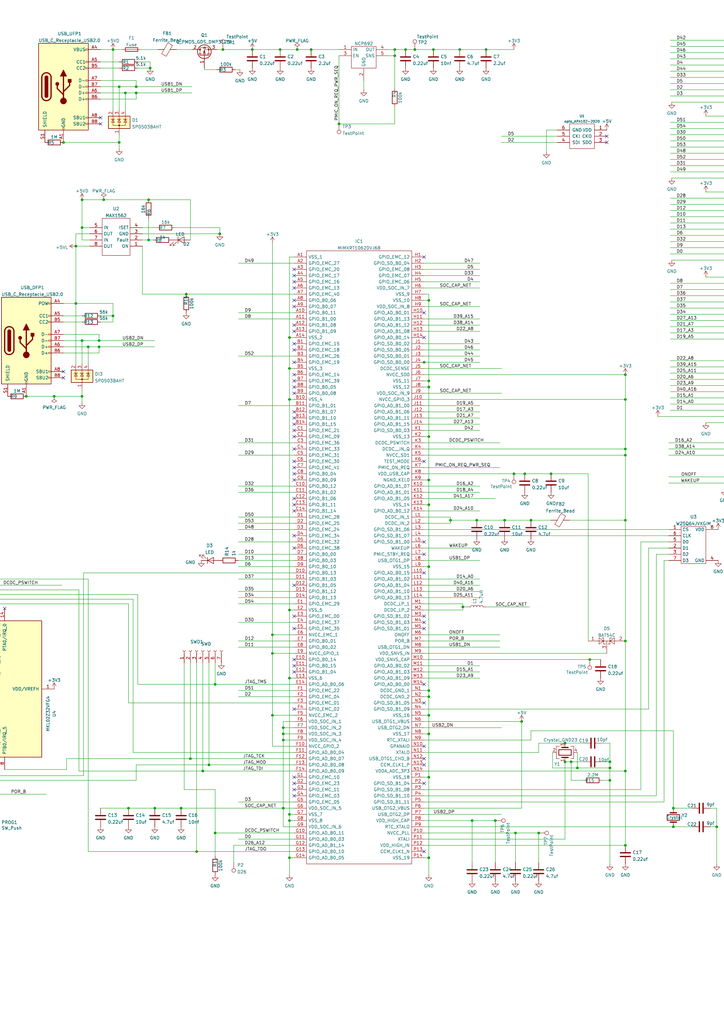
<source format=kicad_sch>
(kicad_sch (version 20211123) (generator eeschema)
  (paper "A3" portrait)
  (title_block (title "Teensy 4.1 example design Kicad") (rev "v1.0") (comment 1 "just seq numbered. This makes the schematic quite clumsy, but it works nonetheless.") (comment 2 "SamacSys Library Loader and this is the Quality you'll get. No grouping of pins - ") (comment 3 "Yeah. I know the main MCU symbol is stupidly organized, but I got it from the "))
  (junction (at 116.205 303.53))
  (junction (at 33.655 81.915))
  (junction (at 256.54 153.67))
  (junction (at 116.205 300.99))
  (junction (at 256.54 163.83))
  (junction (at 276.225 331.47))
  (junction (at 46.355 20.32))
  (junction (at 118.745 151.13))
  (junction (at 26.035 58.42))
  (junction (at 88.265 280.67))
  (junction (at 60.96 98.425))
  (junction (at 63.5 331.47))
  (junction (at 111.76 267.97))
  (junction (at 139.065 50.8))
  (junction (at 118.745 336.55))
  (junction (at 250.19 314.96))
  (junction (at 33.655 93.345))
  (junction (at 220.98 341.63))
  (junction (at 294.005 339.09))
  (junction (at 189.865 248.92))
  (junction (at 217.805 213.36))
  (junction (at 91.44 20.32))
  (junction (at 111.76 293.37))
  (junction (at 250.19 320.04))
  (junction (at 213.995 295.91))
  (junction (at 175.895 300.99))
  (junction (at 161.925 22.86))
  (junction (at 210.82 194.31))
  (junction (at 175.895 196.85))
  (junction (at 215.265 194.31))
  (junction (at 226.06 194.31))
  (junction (at 203.2 336.55))
  (junction (at 118.745 334.01))
  (junction (at 118.745 163.83))
  (junction (at 175.895 156.21))
  (junction (at 175.895 179.07))
  (junction (at 118.745 351.79))
  (junction (at 52.705 331.47))
  (junction (at 118.745 278.13))
  (junction (at 48.895 35.56))
  (junction (at 51.435 38.1))
  (junction (at 211.455 341.63))
  (junction (at 42.545 81.915))
  (junction (at 175.895 285.75))
  (junction (at 234.315 312.42))
  (junction (at 31.115 100.965))
  (junction (at 177.8 20.32))
  (junction (at 175.895 351.79))
  (junction (at 40.64 139.7))
  (junction (at 111.76 260.35))
  (junction (at 61.595 27.94))
  (junction (at 80.645 349.25))
  (junction (at 118.745 250.19))
  (junction (at 31.115 124.46))
  (junction (at 250.19 312.42))
  (junction (at 256.54 346.71))
  (junction (at 85.725 313.69))
  (junction (at 256.54 262.89))
  (junction (at 88.265 341.63))
  (junction (at 173.99 148.59))
  (junction (at 40.64 142.24))
  (junction (at 231.775 312.42))
  (junction (at 195.58 213.36))
  (junction (at 48.895 58.42))
  (junction (at 33.655 162.56))
  (junction (at 116.205 331.47))
  (junction (at 90.17 95.885))
  (junction (at 199.39 20.32))
  (junction (at 33.655 139.7))
  (junction (at 256.54 186.69))
  (junction (at 175.895 293.37))
  (junction (at 127.635 20.32))
  (junction (at 55.88 35.56))
  (junction (at 55.88 38.1))
  (junction (at 231.775 304.8))
  (junction (at 76.403 120.65))
  (junction (at 175.895 283.21))
  (junction (at -48.895 282.575))
  (junction (at 241.935 270.51))
  (junction (at 236.855 314.96))
  (junction (at 276.225 339.09))
  (junction (at 175.895 158.75))
  (junction (at 161.925 20.32))
  (junction (at 166.37 20.32))
  (junction (at 188.595 20.32))
  (junction (at 256.54 184.15))
  (junction (at 170.18 20.32))
  (junction (at 193.675 336.55))
  (junction (at 175.895 318.77))
  (junction (at 10.795 162.56))
  (junction (at 78.105 311.15))
  (junction (at 103.505 20.32))
  (junction (at 175.895 123.19))
  (junction (at 175.895 232.41))
  (junction (at 118.745 138.43))
  (junction (at 256.54 213.36))
  (junction (at 207.01 213.36))
  (junction (at 121.92 20.32))
  (junction (at 36.195 142.24))
  (junction (at 256.54 316.23))
  (junction (at 83.185 316.23))
  (junction (at 46.355 129.54))
  (junction (at 22.225 162.56))
  (junction (at 114.935 20.32))
  (junction (at 175.895 207.01))
  (junction (at 184.785 213.36))
  (junction (at 74.295 331.47))
  (junction (at 60.96 81.915))
  (junction (at 116.205 298.45))
  (no_connect (at 173.99 255.27))
  (no_connect (at 173.99 349.25))
  (no_connect (at 173.99 311.15))
  (no_connect (at 1.905 249.555))
  (no_connect (at 41.275 48.26))
  (no_connect (at 173.99 288.29))
  (no_connect (at 41.275 50.8))
  (no_connect (at 248.92 55.88))
  (no_connect (at 248.92 58.42))
  (no_connect (at 173.99 313.69))
  (no_connect (at 173.99 321.31))
  (no_connect (at -3.175 249.555))
  (no_connect (at 173.99 227.33))
  (no_connect (at 173.99 306.07))
  (no_connect (at 120.65 110.49))
  (no_connect (at 120.65 113.03))
  (no_connect (at 120.65 115.57))
  (no_connect (at 120.65 118.11))
  (no_connect (at 120.65 123.19))
  (no_connect (at 120.65 125.73))
  (no_connect (at 120.65 133.35))
  (no_connect (at 120.65 135.89))
  (no_connect (at 120.65 140.97))
  (no_connect (at 120.65 143.51))
  (no_connect (at 120.65 148.59))
  (no_connect (at 120.65 153.67))
  (no_connect (at 120.65 156.21))
  (no_connect (at 120.65 158.75))
  (no_connect (at 120.65 161.29))
  (no_connect (at 120.65 168.91))
  (no_connect (at 120.65 171.45))
  (no_connect (at 120.65 173.99))
  (no_connect (at 120.65 176.53))
  (no_connect (at 120.65 179.07))
  (no_connect (at 120.65 184.15))
  (no_connect (at 120.65 189.23))
  (no_connect (at 120.65 191.77))
  (no_connect (at 120.65 194.31))
  (no_connect (at 120.65 196.85))
  (no_connect (at 120.65 204.47))
  (no_connect (at 120.65 207.01))
  (no_connect (at 120.65 209.55))
  (no_connect (at 120.65 219.71))
  (no_connect (at 120.65 224.79))
  (no_connect (at 120.65 240.03))
  (no_connect (at 120.65 252.73))
  (no_connect (at 120.65 257.81))
  (no_connect (at 120.65 270.51))
  (no_connect (at 120.65 273.05))
  (no_connect (at 120.65 275.59))
  (no_connect (at 120.65 290.83))
  (no_connect (at 120.65 318.77))
  (no_connect (at 120.65 321.31))
  (no_connect (at 120.65 323.85))
  (no_connect (at 120.65 326.39))
  (no_connect (at 173.99 105.41))
  (no_connect (at 173.99 128.27))
  (no_connect (at 173.99 138.43))
  (no_connect (at 173.99 189.23))
  (no_connect (at 173.99 222.25))
  (no_connect (at 173.99 252.73))
  (no_connect (at 173.99 280.67))
  (no_connect (at 173.99 257.81))
  (no_connect (at 26.035 154.94))
  (no_connect (at 26.035 152.4))
  (no_connect (at 173.99 234.95))
  (wire (pts (xy 173.99 303.53) (xy 217.805 303.53)))
  (wire (pts (xy 217.805 299.72) (xy 276.225 299.72)))
  (wire (pts (xy 217.805 303.53) (xy 217.805 299.72)))
  (wire (pts (xy 276.225 299.72) (xy 276.225 331.47)))
  (wire (pts (xy 274.955 67.945) (xy 297.815 67.945)))
  (wire (pts (xy 274.32 195.58) (xy 297.18 195.58)))
  (wire (pts (xy 95.885 346.71) (xy 120.65 346.71)))
  (wire (pts (xy 97.79 130.81) (xy 120.65 130.81)))
  (wire (pts (xy 175.895 351.79) (xy 173.99 351.79)))
  (wire (pts (xy 175.895 358.775) (xy 175.895 351.79)))
  (wire (pts (xy 250.19 312.42) (xy 250.19 314.96)))
  (wire (pts (xy 46.355 20.32) (xy 46.355 45.085)))
  (wire (pts (xy 175.895 207.01) (xy 173.99 207.01)))
  (wire (pts (xy 175.895 232.41) (xy 175.895 207.01)))
  (wire (pts (xy 274.955 21.59) (xy 297.815 21.59)))
  (wire (pts (xy 159.385 20.32) (xy 161.925 20.32)))
  (wire (pts (xy 173.99 191.77) (xy 205.105 191.77)))
  (wire (pts (xy 173.99 285.75) (xy 175.895 285.75)))
  (wire (pts (xy 31.115 100.965) (xy 36.83 100.965)))
  (wire (pts (xy 97.79 229.87) (xy 120.65 229.87)))
  (wire (pts (xy 46.355 129.54) (xy 46.355 132.08)))
  (wire (pts (xy 196.85 199.39) (xy 173.99 199.39)))
  (wire (pts (xy 97.79 285.75) (xy 120.65 285.75)))
  (wire (pts (xy 58.42 93.345) (xy 64.135 93.345)))
  (wire (pts (xy 196.85 146.05) (xy 173.99 146.05)))
  (wire (pts (xy 250.19 312.42) (xy 247.015 312.42)))
  (wire (pts (xy 250.19 304.8) (xy 250.19 312.42)))
  (wire (pts (xy -0.635 325.755) (xy -0.635 315.595)))
  (wire (pts (xy 118.745 151.13) (xy 120.65 151.13)))
  (wire (pts (xy 118.745 163.83) (xy 118.745 151.13)))
  (wire (pts (xy 276.225 339.09) (xy 283.845 339.09)))
  (wire (pts (xy 173.99 270.51) (xy 241.935 270.51)))
  (wire (pts (xy 241.935 270.51) (xy 246.38 270.51)))
  (wire (pts (xy 274.955 70.485) (xy 297.815 70.485)))
  (wire (pts (xy 274.955 139.065) (xy 297.815 139.065)))
  (wire (pts (xy 274.9655 19.05) (xy 297.815 19.05)))
  (wire (pts (xy 274.955 163.195) (xy 297.815 163.195)))
  (wire (pts (xy 91.44 20.32) (xy 88.9 20.32)))
  (wire (pts (xy 103.505 20.32) (xy 91.44 20.32)))
  (wire (pts (xy 27.305 311.15) (xy 27.305 315.595)))
  (wire (pts (xy 27.305 311.15) (xy 78.105 311.15)))
  (wire (pts (xy 27.305 315.595) (xy 1.905 315.595)))
  (wire (pts (xy 78.105 311.15) (xy 120.65 311.15)))
  (wire (pts (xy 276.225 331.47) (xy 283.845 331.47)))
  (wire (pts (xy 196.85 113.03) (xy 173.99 113.03)))
  (wire (pts (xy 274.955 31.75) (xy 297.815 31.75)))
  (wire (pts (xy 196.85 133.35) (xy 173.99 133.35)))
  (wire (pts (xy 173.99 262.89) (xy 205.105 262.89)))
  (wire (pts (xy 236.855 314.96) (xy 250.19 314.96)))
  (wire (pts (xy 97.79 107.95) (xy 120.65 107.95)))
  (wire (pts (xy 97.79 247.65) (xy 120.65 247.65)))
  (wire (pts (xy 55.88 35.56) (xy 78.74 35.56)))
  (wire (pts (xy 173.99 148.59) (xy 173.9795 148.59)))
  (wire (pts (xy 196.8395 148.59) (xy 173.99 148.59)))
  (wire (pts (xy 173.99 186.69) (xy 256.54 186.69)))
  (wire (pts (xy 31.115 124.46) (xy 31.115 149.225)))
  (wire (pts (xy 175.895 120.65) (xy 173.99 120.65)))
  (wire (pts (xy 175.895 123.19) (xy 175.895 120.65)))
  (wire (pts (xy 248.92 267.97) (xy 173.99 267.97)))
  (wire (pts (xy 256.54 213.36) (xy 256.54 262.89)))
  (wire (pts (xy 256.54 262.89) (xy 256.54 316.23)))
  (wire (pts (xy 250.19 320.04) (xy 250.19 314.96)))
  (wire (pts (xy 250.19 354.33) (xy 250.19 320.04)))
  (wire (pts (xy -48.895 280.035) (xy -48.895 282.575)))
  (wire (pts (xy 173.99 247.65) (xy 189.865 247.65)))
  (wire (pts (xy 189.865 247.65) (xy 189.865 248.92)))
  (wire (pts (xy 189.865 248.92) (xy 191.77 248.92)))
  (wire (pts (xy 274.955 50.165) (xy 297.815 50.165)))
  (wire (pts (xy 289.56 47.625) (xy 297.815 47.625)))
  (wire (pts (xy 26.035 124.46) (xy 31.115 124.46)))
  (wire (pts (xy 116.205 295.91) (xy 116.205 298.45)))
  (wire (pts (xy 196.85 201.93) (xy 173.99 201.93)))
  (wire (pts (xy 97.79 201.93) (xy 120.65 201.93)))
  (wire (pts (xy 175.895 293.37) (xy 173.99 293.37)))
  (wire (pts (xy 175.895 300.99) (xy 175.895 293.37)))
  (wire (pts (xy 203.2 336.55) (xy 193.675 336.55)))
  (wire (pts (xy 203.2 353.695) (xy 203.2 336.55)))
  (wire (pts (xy 173.99 161.29) (xy 205.74 161.29)))
  (wire (pts (xy 274.955 62.865) (xy 297.815 62.865)))
  (wire (pts (xy 274.955 160.655) (xy 297.815 160.655)))
  (wire (pts (xy 58.42 100.965) (xy 58.42 120.65)))
  (wire (pts (xy 196.85 135.89) (xy 173.99 135.89)))
  (wire (pts (xy 161.925 22.86) (xy 161.925 20.32)))
  (wire (pts (xy 196.85 240.03) (xy 173.99 240.03)))
  (wire (pts (xy 211.455 341.63) (xy 220.98 341.63)))
  (wire (pts (xy 220.98 341.63) (xy 220.98 353.695)))
  (wire (pts (xy 196.85 171.45) (xy 173.99 171.45)))
  (wire (pts (xy 33.655 81.915) (xy 33.655 93.345)))
  (wire (pts (xy 196.85 176.53) (xy 173.99 176.53)))
  (wire (pts (xy 196.85 242.57) (xy 173.99 242.57)))
  (wire (pts (xy 97.79 344.17) (xy 120.65 344.17)))
  (wire (pts (xy 41.275 132.08) (xy 46.355 132.08)))
  (wire (pts (xy 173.99 151.13) (xy 205.74 151.13)))
  (wire (pts (xy 33.655 139.7) (xy 33.655 149.225)))
  (wire (pts (xy 88.265 341.63) (xy 88.265 351.155)))
  (wire (pts (xy 274.955 86.36) (xy 297.815 86.36)))
  (wire (pts (xy 274.955 24.13) (xy 297.815 24.13)))
  (wire (pts (xy -8.255 249.555) (xy -8.255 245.745)))
  (wire (pts (xy 274.955 65.405) (xy 297.815 65.405)))
  (wire (pts (xy 116.205 298.45) (xy 116.205 300.99)))
  (wire (pts (xy 173.99 344.17) (xy 231.775 344.17)))
  (wire (pts (xy 231.775 344.17) (xy 231.775 312.42)))
  (wire (pts (xy 111.76 267.97) (xy 120.65 267.97)))
  (wire (pts (xy 97.79 186.69) (xy 120.65 186.69)))
  (wire (pts (xy 173.99 217.17) (xy 274.32 217.17)))
  (wire (pts (xy 274.955 150.495) (xy 297.815 150.495)))
  (wire (pts (xy 60.96 89.535) (xy 60.96 98.425)))
  (wire (pts (xy 173.99 181.61) (xy 205.105 181.61)))
  (wire (pts (xy 205.74 55.88) (xy 228.6 55.88)))
  (wire (pts (xy 26.035 137.16) (xy 40.64 137.16)))
  (wire (pts (xy 118.745 163.83) (xy 120.65 163.83)))
  (wire (pts (xy 118.745 250.19) (xy 118.745 163.83)))
  (wire (pts (xy 26.035 142.24) (xy 36.195 142.24)))
  (wire (pts (xy 97.79 222.25) (xy 120.65 222.25)))
  (wire (pts (xy 116.205 339.09) (xy 116.205 331.47)))
  (wire (pts (xy 120.65 339.09) (xy 116.205 339.09)))
  (wire (pts (xy 196.85 107.95) (xy 173.99 107.95)))
  (wire (pts (xy 173.99 323.85) (xy 262.89 323.85)))
  (wire (pts (xy 262.89 222.25) (xy 274.32 222.25)))
  (wire (pts (xy 262.89 323.85) (xy 262.89 222.25)))
  (wire (pts (xy 41.275 27.94) (xy 48.895 27.94)))
  (wire (pts (xy 297.815 26.67) (xy 274.955 26.67)))
  (wire (pts (xy 247.015 320.04) (xy 250.19 320.04)))
  (wire (pts (xy 41.275 25.4) (xy 48.895 25.4)))
  (wire (pts (xy 175.895 179.07) (xy 173.99 179.07)))
  (wire (pts (xy 175.895 196.85) (xy 175.895 179.07)))
  (wire (pts (xy 175.895 207.01) (xy 175.895 196.85)))
  (wire (pts (xy 58.42 95.885) (xy 90.17 95.885)))
  (wire (pts (xy 196.85 140.97) (xy 173.99 140.97)))
  (wire (pts (xy 175.895 158.75) (xy 173.99 158.75)))
  (wire (pts (xy 175.895 179.07) (xy 175.895 158.75)))
  (wire (pts (xy -3.175 315.595) (xy -3.175 333.375)))
  (wire (pts (xy 103.505 20.32) (xy 114.935 20.32)))
  (wire (pts (xy 127.635 20.32) (xy 139.065 20.32)))
  (wire (pts (xy 97.79 245.11) (xy 120.65 245.11)))
  (wire (pts (xy 256.54 184.15) (xy 173.99 184.15)))
  (wire (pts (xy 256.54 186.69) (xy 256.54 184.15)))
  (wire (pts (xy 256.54 213.36) (xy 256.54 186.69)))
  (wire (pts (xy 97.79 262.89) (xy 120.65 262.89)))
  (wire (pts (xy 97.79 212.09) (xy 120.65 212.09)))
  (wire (pts (xy 95.885 353.695) (xy 95.885 346.71)))
  (wire (pts (xy 116.205 300.99) (xy 120.65 300.99)))
  (wire (pts (xy -8.255 318.135) (xy -8.255 315.595)))
  (wire (pts (xy 34.29 234.95) (xy 34.29 318.135)))
  (wire (pts (xy 34.29 318.135) (xy -8.255 318.135)))
  (wire (pts (xy 120.65 234.95) (xy 34.29 234.95)))
  (wire (pts (xy 26.035 132.08) (xy 33.655 132.08)))
  (wire (pts (xy 274.955 128.905) (xy 297.815 128.905)))
  (wire (pts (xy 274.955 55.245) (xy 297.815 55.245)))
  (wire (pts (xy 274.955 126.365) (xy 297.815 126.365)))
  (wire (pts (xy 274.955 165.735) (xy 297.815 165.735)))
  (wire (pts (xy 220.98 304.8) (xy 220.98 308.61)))
  (wire (pts (xy 231.775 304.8) (xy 220.98 304.8)))
  (wire (pts (xy 118.745 336.55) (xy 118.745 334.01)))
  (wire (pts (xy 139.065 50.8) (xy 139.065 22.86)))
  (wire (pts (xy 26.035 129.54) (xy 33.655 129.54)))
  (wire (pts (xy 58.42 98.425) (xy 60.96 98.425)))
  (wire (pts (xy 60.96 98.425) (xy 62.865 98.425)))
  (wire (pts (xy -10.795 330.2) (xy -5.715 330.2)))
  (wire (pts (xy -15.875 241.935) (xy -15.875 249.555)))
  (wire (pts (xy 78.105 271.78) (xy 78.105 311.15)))
  (wire (pts (xy 196.85 275.59) (xy 173.99 275.59)))
  (wire (pts (xy 97.79 146.05) (xy 120.65 146.05)))
  (wire (pts (xy 275.59 106.68) (xy 297.815 106.68)))
  (wire (pts (xy 231.775 304.8) (xy 239.395 304.8)))
  (wire (pts (xy 114.935 20.32) (xy 121.92 20.32)))
  (wire (pts (xy 121.92 20.32) (xy 127.635 20.32)))
  (wire (pts (xy 97.79 166.37) (xy 120.65 166.37)))
  (wire (pts (xy 274.955 153.035) (xy 297.815 153.035)))
  (wire (pts (xy 199.39 248.92) (xy 217.17 248.92)))
  (wire (pts (xy 90.17 93.345) (xy 71.755 93.345)))
  (wire (pts (xy 90.17 95.885) (xy 90.17 93.345)))
  (wire (pts (xy 97.79 128.27) (xy 120.65 128.27)))
  (wire (pts (xy 274.955 168.275) (xy 297.815 168.275)))
  (wire (pts (xy 173.99 224.79) (xy 196.85 224.79)))
  (wire (pts (xy 40.64 139.7) (xy 63.5 139.7)))
  (wire (pts (xy 118.745 250.19) (xy 120.65 250.19)))
  (wire (pts (xy 118.745 278.13) (xy 118.745 250.19)))
  (wire (pts (xy 97.79 237.49) (xy 120.65 237.49)))
  (wire (pts (xy 274.32 186.69) (xy 297.18 186.69)))
  (wire (pts (xy 274.955 131.445) (xy 297.815 131.445)))
  (wire (pts (xy 48.895 35.56) (xy 48.895 45.085)))
  (wire (pts (xy 274.955 147.955) (xy 297.815 147.955)))
  (wire (pts (xy 97.79 214.63) (xy 120.65 214.63)))
  (wire (pts (xy 96.52 28.575) (xy 98.425 28.575)))
  (wire (pts (xy 269.875 170.815) (xy 297.815 170.815)))
  (wire (pts (xy 233.68 213.36) (xy 256.54 213.36)))
  (wire (pts (xy 48.895 55.245) (xy 48.895 58.42)))
  (wire (pts (xy 48.895 58.42) (xy 48.895 60.96)))
  (wire (pts (xy 63.5 331.47) (xy 74.295 331.47)))
  (wire (pts (xy 74.295 331.47) (xy 116.205 331.47)))
  (wire (pts (xy 291.465 331.47) (xy 294.005 331.47)))
  (wire (pts (xy 294.005 331.47) (xy 294.005 339.09)))
  (wire (pts (xy 294.005 339.09) (xy 294.005 354.33)))
  (wire (pts (xy 224.155 53.34) (xy 224.155 62.23)))
  (wire (pts (xy 228.6 53.34) (xy 224.155 53.34)))
  (wire (pts (xy 56.515 27.94) (xy 61.595 27.94)))
  (wire (pts (xy 116.205 303.53) (xy 120.65 303.53)))
  (wire (pts (xy 111.76 293.37) (xy 120.65 293.37)))
  (wire (pts (xy 118.745 336.55) (xy 118.745 351.79)))
  (wire (pts (xy 118.745 351.79) (xy 118.745 358.775)))
  (wire (pts (xy 274.955 88.9) (xy 297.815 88.9)))
  (wire (pts (xy 55.88 38.1) (xy 78.74 38.1)))
  (wire (pts (xy 274.955 99.06) (xy 297.815 99.06)))
  (wire (pts (xy -10.795 315.595) (xy -10.795 320.04)))
  (wire (pts (xy -10.795 320.04) (xy 55.88 320.04)))
  (wire (pts (xy 55.88 313.69) (xy 85.725 313.69)))
  (wire (pts (xy 55.88 320.04) (xy 55.88 313.69)))
  (wire (pts (xy 85.725 313.69) (xy 120.65 313.69)))
  (wire (pts (xy 97.79 181.61) (xy 120.65 181.61)))
  (wire (pts (xy 149.225 33.02) (xy 149.225 36.83)))
  (wire (pts (xy 196.85 168.91) (xy 173.99 168.91)))
  (wire (pts (xy 275.59 73.025) (xy 297.815 73.025)))
  (wire (pts (xy 31.115 124.46) (xy 46.355 124.46)))
  (wire (pts (xy 46.355 124.46) (xy 46.355 129.54)))
  (wire (pts (xy 118.745 278.13) (xy 118.745 334.01)))
  (wire (pts (xy 118.745 278.13) (xy 120.65 278.13)))
  (wire (pts (xy 274.955 29.21) (xy 297.815 29.21)))
  (wire (pts (xy 97.79 283.21) (xy 120.65 283.21)))
  (wire (pts (xy 274.955 57.785) (xy 297.815 57.785)))
  (wire (pts (xy 173.99 326.39) (xy 269.24 326.39)))
  (wire (pts (xy 269.24 227.33) (xy 274.32 227.33)))
  (wire (pts (xy 269.24 326.39) (xy 269.24 227.33)))
  (wire (pts (xy 274.955 121.285) (xy 297.815 121.285)))
  (wire (pts (xy 173.99 125.73) (xy 196.85 125.73)))
  (wire (pts (xy 83.82 27.94) (xy 83.82 28.575)))
  (wire (pts (xy 83.82 28.575) (xy 88.9 28.575)))
  (wire (pts (xy 175.895 156.21) (xy 173.99 156.21)))
  (wire (pts (xy 175.895 158.75) (xy 175.895 156.21)))
  (wire (pts (xy 173.99 118.11) (xy 196.85 118.11)))
  (wire (pts (xy 88.265 341.63) (xy 120.65 341.63)))
  (wire (pts (xy -31.115 330.2) (xy -31.115 327.025)))
  (wire (pts (xy -26.035 330.2) (xy -31.115 330.2)))
  (wire (pts (xy 175.895 232.41) (xy 173.99 232.41)))
  (wire (pts (xy 175.895 283.21) (xy 175.895 232.41)))
  (wire (pts (xy 175.895 285.75) (xy 175.895 283.21)))
  (wire (pts (xy 175.895 293.37) (xy 175.895 285.75)))
  (wire (pts (xy 175.895 318.77) (xy 173.99 318.77)))
  (wire (pts (xy 175.895 351.79) (xy 175.895 318.77)))
  (wire (pts (xy 118.745 351.79) (xy 120.65 351.79)))
  (wire (pts (xy 173.99 334.01) (xy 205.74 334.01)))
  (wire (pts (xy 173.99 260.35) (xy 205.105 260.35)))
  (wire (pts (xy 88.265 271.78) (xy 88.265 280.67)))
  (wire (pts (xy 231.775 312.42) (xy 234.315 312.42)))
  (wire (pts (xy 234.315 312.42) (xy 239.395 312.42)))
  (wire (pts (xy 274.32 181.61) (xy 297.18 181.61)))
  (wire (pts (xy 205.74 58.42) (xy 228.6 58.42)))
  (wire (pts (xy 57.785 20.32) (xy 64.77 20.32)))
  (wire (pts (xy 274.955 155.575) (xy 297.815 155.575)))
  (wire (pts (xy 97.79 232.41) (xy 120.65 232.41)))
  (wire (pts (xy 173.99 229.87) (xy 196.85 229.87)))
  (wire (pts (xy 226.695 308.61) (xy 226.695 314.96)))
  (wire (pts (xy 226.695 314.96) (xy 236.855 314.96)))
  (wire (pts (xy 236.855 314.96) (xy 236.855 308.61)))
  (wire (pts (xy 72.39 20.32) (xy 78.74 20.32)))
  (wire (pts (xy 291.465 339.09) (xy 294.005 339.09)))
  (wire (pts (xy 46.355 20.32) (xy 50.165 20.32)))
  (wire (pts (xy 41.275 20.32) (xy 46.355 20.32)))
  (wire (pts (xy 274.955 118.745) (xy 297.815 118.745)))
  (wire (pts (xy 33.655 81.915) (xy 42.545 81.915)))
  (wire (pts (xy 42.545 81.915) (xy 60.96 81.915)))
  (wire (pts (xy 40.64 142.24) (xy 63.5 142.24)))
  (wire (pts (xy 274.955 60.325) (xy 297.815 60.325)))
  (wire (pts (xy 173.99 214.63) (xy 184.785 214.63)))
  (wire (pts (xy 184.785 214.63) (xy 184.785 213.36)))
  (wire (pts (xy 297.18 198.12) (xy 274.32 198.12)))
  (wire (pts (xy 85.725 271.78) (xy 85.725 313.69)))
  (wire (pts (xy 196.85 130.81) (xy 173.99 130.81)))
  (wire (pts (xy 33.655 162.56) (xy 33.655 165.1)))
  (wire (pts (xy 175.895 300.99) (xy 173.99 300.99)))
  (wire (pts (xy 175.895 318.77) (xy 175.895 300.99)))
  (wire (pts (xy 26.035 139.7) (xy 33.655 139.7)))
  (wire (pts (xy 175.895 123.19) (xy 173.99 123.19)))
  (wire (pts (xy 175.895 156.21) (xy 175.895 123.19)))
  (wire (pts (xy 40.64 137.16) (xy 40.64 139.7)))
  (wire (pts (xy 274.955 133.985) (xy 297.815 133.985)))
  (wire (pts (xy 36.195 142.24) (xy 36.195 149.225)))
  (wire (pts (xy 173.99 250.19) (xy 189.865 250.19)))
  (wire (pts (xy 189.865 250.19) (xy 189.865 248.92)))
  (wire (pts (xy 161.925 20.32) (xy 166.37 20.32)))
  (wire (pts (xy 166.37 20.32) (xy 170.18 20.32)))
  (wire (pts (xy 170.18 20.32) (xy 177.8 20.32)))
  (wire (pts (xy 177.8 20.32) (xy 188.595 20.32)))
  (wire (pts (xy 199.39 20.32) (xy 210.82 20.32)))
  (wire (pts (xy 173.99 290.83) (xy 266.065 290.83)))
  (wire (pts (xy 266.065 224.79) (xy 274.32 224.79)))
  (wire (pts (xy 266.065 290.83) (xy 266.065 224.79)))
  (wire (pts (xy 118.745 105.41) (xy 120.65 105.41)))
  (wire (pts (xy 118.745 138.43) (xy 118.745 105.41)))
  (wire (pts (xy 196.85 245.11) (xy 173.99 245.11)))
  (wire (pts (xy 274.955 39.37) (xy 297.815 39.37)))
  (wire (pts (xy 97.79 242.57) (xy 120.65 242.57)))
  (wire (pts (xy 274.955 136.525) (xy 297.815 136.525)))
  (wire (pts (xy 159.385 22.86) (xy 161.925 22.86)))
  (wire (pts (xy 274.955 158.115) (xy 297.815 158.115)))
  (wire (pts (xy 173.99 204.47) (xy 203.2 204.47)))
  (wire (pts (xy 213.995 295.91) (xy 213.995 331.47)))
  (wire (pts (xy 173.99 194.31) (xy 210.82 194.31)))
  (wire (pts (xy 210.82 194.31) (xy 215.265 194.31)))
  (wire (pts (xy 215.265 194.31) (xy 226.06 194.31)))
  (wire (pts (xy 196.85 278.13) (xy 173.99 278.13)))
  (wire (pts (xy 33.655 93.345) (xy 36.83 93.345)))
  (wire (pts (xy 33.655 98.425) (xy 33.655 93.345)))
  (wire (pts (xy 36.83 98.425) (xy 33.655 98.425)))
  (wire (pts (xy 97.79 265.43) (xy 120.65 265.43)))
  (wire (pts (xy 274.955 91.44) (xy 297.815 91.44)))
  (wire (pts (xy 58.42 120.65) (xy 76.403 120.65)))
  (wire (pts (xy 76.403 120.65) (xy 120.65 120.65)))
  (wire (pts (xy 226.06 194.31) (xy 241.3 194.31)))
  (wire (pts (xy 241.3 194.31) (xy 241.3 262.89)))
  (wire (pts (xy 26.035 58.42) (xy 48.895 58.42)))
  (wire (pts (xy 52.705 331.47) (xy 41.275 331.47)))
  (wire (pts (xy 63.5 331.47) (xy 52.705 331.47)))
  (wire (pts (xy 116.205 331.47) (xy 120.65 331.47)))
  (wire (pts (xy 274.955 36.83) (xy 297.815 36.83)))
  (wire (pts (xy 274.955 116.205) (xy 297.815 116.205)))
  (wire (pts (xy 196.85 209.55) (xy 173.99 209.55)))
  (wire (pts (xy 173.99 212.09) (xy 184.785 212.09)))
  (wire (pts (xy 184.785 212.09) (xy 184.785 213.36)))
  (wire (pts (xy 184.785 213.36) (xy 195.58 213.36)))
  (wire (pts (xy 195.58 213.36) (xy 207.01 213.36)))
  (wire (pts (xy 207.01 213.36) (xy 217.805 213.36)))
  (wire (pts (xy 217.805 213.36) (xy 226.06 213.36)))
  (wire (pts (xy 173.99 153.67) (xy 256.54 153.67)))
  (wire (pts (xy 256.54 153.67) (xy 256.54 163.83)))
  (wire (pts (xy 256.54 163.83) (xy 256.54 184.15)))
  (wire (pts (xy -0.635 247.65) (xy -0.635 249.555)))
  (wire (pts (xy 52.705 247.65) (xy -0.635 247.65)))
  (wire (pts (xy 52.705 288.29) (xy 52.705 247.65)))
  (wire (pts (xy 120.65 288.29) (xy 52.705 288.29)))
  (wire (pts (xy 196.85 173.99) (xy 173.99 173.99)))
  (wire (pts (xy 274.955 104.14) (xy 297.815 104.14)))
  (wire (pts (xy 196.85 273.05) (xy 173.99 273.05)))
  (wire (pts (xy 173.99 196.85) (xy 175.895 196.85)))
  (wire (pts (xy 56.515 280.67) (xy 56.515 243.84)))
  (wire (pts (xy 56.515 280.67) (xy 88.265 280.67)))
  (wire (pts (xy 88.265 280.67) (xy 120.65 280.67)))
  (wire (pts (xy 161.925 43.815) (xy 161.925 50.8)))
  (wire (pts (xy 161.925 50.8) (xy 139.065 50.8)))
  (wire (pts (xy 97.79 199.39) (xy 120.65 199.39)))
  (wire (pts (xy 196.85 110.49) (xy 173.99 110.49)))
  (wire (pts (xy 60.96 81.915) (xy 78.105 81.915)))
  (wire (pts (xy 78.105 81.915) (xy 78.105 98.425)))
  (wire (pts (xy 274.955 123.825) (xy 297.815 123.825)))
  (wire (pts (xy 274.955 96.52) (xy 297.815 96.52)))
  (wire (pts (xy 54.61 308.61) (xy 54.61 245.745)))
  (wire (pts (xy 120.65 308.61) (xy 54.61 308.61)))
  (wire (pts (xy 173.99 336.55) (xy 193.675 336.55)))
  (wire (pts (xy 193.675 336.55) (xy 193.675 353.695)))
  (wire (pts (xy 173.99 295.91) (xy 213.995 295.91)))
  (wire (pts (xy 26.035 144.78) (xy 40.64 144.78)))
  (wire (pts (xy 173.99 265.43) (xy 205.105 265.43)))
  (wire (pts (xy 274.955 83.82) (xy 297.815 83.82)))
  (wire (pts (xy 274.955 93.98) (xy 297.815 93.98)))
  (wire (pts (xy 274.955 34.29) (xy 297.815 34.29)))
  (wire (pts (xy 120.65 295.91) (xy 116.205 295.91)))
  (wire (pts (xy 274.955 81.28) (xy 297.815 81.28)))
  (wire (pts (xy 173.99 341.63) (xy 211.455 341.63)))
  (wire (pts (xy 211.455 341.63) (xy 211.455 353.695)))
  (wire (pts (xy 97.79 227.33) (xy 120.65 227.33)))
  (wire (pts (xy 173.99 328.93) (xy 272.415 328.93)))
  (wire (pts (xy 272.415 229.87) (xy 274.32 229.87)))
  (wire (pts (xy 272.415 328.93) (xy 272.415 229.87)))
  (wire (pts (xy 173.99 163.83) (xy 256.54 163.83)))
  (wire (pts (xy 31.115 95.885) (xy 36.83 95.885)))
  (wire (pts (xy 31.115 100.965) (xy 31.115 95.885)))
  (wire (pts (xy 31.115 100.965) (xy 31.115 124.46)))
  (wire (pts (xy 173.99 331.47) (xy 213.995 331.47)))
  (wire (pts (xy 173.99 219.71) (xy 274.32 219.71)))
  (wire (pts (xy 116.205 298.45) (xy 120.65 298.45)))
  (wire (pts (xy 173.99 298.45) (xy 205.74 298.45)))
  (wire (pts (xy 275.59 41.91) (xy 297.815 41.91)))
  (wire (pts (xy 56.515 25.4) (xy 61.595 25.4)))
  (wire (pts (xy 61.595 25.4) (xy 61.595 27.94)))
  (wire (pts (xy 33.655 159.385) (xy 33.655 162.56)))
  (wire (pts (xy 40.64 144.78) (xy 40.64 142.24)))
  (wire (pts (xy 41.275 129.54) (xy 46.355 129.54)))
  (wire (pts (xy 33.655 139.7) (xy 40.64 139.7)))
  (wire (pts (xy 41.275 40.64) (xy 55.88 40.64)))
  (wire (pts (xy 55.88 40.64) (xy 55.88 38.1)))
  (wire (pts (xy -5.715 240.03) (xy 25.4 240.03)))
  (wire (pts (xy -5.715 249.555) (xy -5.715 240.03)))
  (wire (pts (xy 97.79 328.93) (xy 120.65 328.93)))
  (wire (pts (xy 274.955 52.705) (xy 297.815 52.705)))
  (wire (pts (xy 83.185 271.78) (xy 83.185 316.23)))
  (wire (pts (xy 173.99 308.61) (xy 220.98 308.61)))
  (wire (pts (xy 118.745 138.43) (xy 120.65 138.43)))
  (wire (pts (xy 118.745 151.13) (xy 118.745 138.43)))
  (wire (pts (xy 289.56 113.665) (xy 297.815 113.665)))
  (wire (pts (xy 173.99 283.21) (xy 175.895 283.21)))
  (wire (pts (xy -10.795 243.84) (xy -10.795 249.555)))
  (wire (pts (xy -10.795 243.84) (xy 56.515 243.84)))
  (wire (pts (xy 97.79 217.17) (xy 120.65 217.17)))
  (wire (pts (xy 289.56 173.355) (xy 297.815 173.355)))
  (wire (pts (xy -0.635 325.755) (xy 19.05 325.755)))
  (wire (pts (xy -15.875 241.935) (xy 32.385 241.935)))
  (wire (pts (xy 32.385 241.935) (xy 32.385 316.23)))
  (wire (pts (xy 32.385 316.23) (xy 83.185 316.23)))
  (wire (pts (xy 83.185 316.23) (xy 120.65 316.23)))
  (wire (pts (xy 116.205 300.99) (xy 116.205 303.53)))
  (wire (pts (xy 196.85 143.51) (xy 173.99 143.51)))
  (wire (pts (xy 234.315 320.04) (xy 234.315 312.42)))
  (wire (pts (xy 239.395 320.04) (xy 234.315 320.04)))
  (wire (pts (xy 196.85 115.57) (xy 173.99 115.57)))
  (wire (pts (xy 36.195 142.24) (xy 40.64 142.24)))
  (wire (pts (xy 274.32 184.15) (xy 297.18 184.15)))
  (wire (pts (xy 41.275 38.1) (xy 51.435 38.1)))
  (wire (pts (xy 51.435 38.1) (xy 55.88 38.1)))
  (wire (pts (xy 97.79 255.27) (xy 120.65 255.27)))
  (wire (pts (xy 116.205 303.53) (xy 116.205 331.47)))
  (wire (pts (xy 118.745 334.01) (xy 120.65 334.01)))
  (wire (pts (xy 173.99 339.09) (xy 276.225 339.09)))
  (wire (pts (xy -13.335 237.49) (xy 36.195 237.49)))
  (wire (pts (xy -13.335 249.555) (xy -13.335 237.49)))
  (wire (pts (xy 36.195 237.49) (xy 36.195 349.25)))
  (wire (pts (xy 36.195 349.25) (xy 80.645 349.25)))
  (wire (pts (xy 80.645 349.25) (xy 120.65 349.25)))
  (wire (pts (xy -5.715 315.595) (xy -5.715 330.2)))
  (wire (pts (xy 118.745 336.55) (xy 120.65 336.55)))
  (wire (pts (xy 196.85 166.37) (xy 173.99 166.37)))
  (wire (pts (xy 41.275 33.02) (xy 55.88 33.02)))
  (wire (pts (xy 41.275 35.56) (xy 48.895 35.56)))
  (wire (pts (xy 48.895 35.56) (xy 55.88 35.56)))
  (wire (pts (xy 55.88 33.02) (xy 55.88 35.56)))
  (wire (pts (xy 274.955 101.6) (xy 297.815 101.6)))
  (wire (pts (xy 289.56 78.74) (xy 297.815 78.74)))
  (wire (pts (xy 173.99 346.71) (xy 256.54 346.71)))
  (wire (pts (xy 256.54 346.71) (xy 256.54 316.23)))
  (wire (pts (xy 51.435 38.1) (xy 51.435 45.085)))
  (wire (pts (xy 111.76 99.695) (xy 111.76 260.35)))
  (wire (pts (xy 111.76 260.35) (xy 111.76 267.97)))
  (wire (pts (xy 111.76 267.97) (xy 111.76 293.37)))
  (wire (pts (xy 111.76 293.37) (xy 111.76 306.07)))
  (wire (pts (xy 111.76 306.07) (xy 120.65 306.07)))
  (wire (pts (xy -8.255 245.745) (xy 54.61 245.745)))
  (wire (pts (xy 10.795 162.56) (xy 22.225 162.56)))
  (wire (pts (xy 22.225 162.56) (xy 33.655 162.56)))
  (wire (pts (xy 188.595 20.32) (xy 199.39 20.32)))
  (wire (pts (xy 274.955 16.51) (xy 297.815 16.51)))
  (wire (pts (xy 250.19 304.8) (xy 247.015 304.8)))
  (wire (pts (xy 111.76 260.35) (xy 120.65 260.35)))
  (wire (pts (xy 80.645 271.78) (xy 80.645 349.25)))
  (wire (pts (xy 161.925 22.86) (xy 161.925 36.195)))
  (wire (pts (xy 173.99 316.23) (xy 256.54 316.23)))
  (wire (pts (xy 75.565 271.78) (xy 75.565 323.85)))
  (wire (pts (xy 88.265 323.85) (xy 75.565 323.85)))
  (wire (pts (xy 88.265 341.63) (xy 88.265 323.85)))
  (wire (pts (xy 196.85 237.49) (xy 173.99 237.49)))
  (label "D30" (at 100.33 255.27 0))
  (label "D27_A13" (at 194.31 173.99 180))
  (label "D23_A9" (at 194.31 278.13 180))
  (label "D12" (at 100.33 262.89 0))
  (label "D50" (at 277.495 57.785 0))
  (label "D36" (at 100.33 201.93 0))
  (label "JTAG_TCK" (at 99.695 311.15 0))
  (label "SOC_CAP_NET" (at 180.34 118.11 0))
  (label "D13" (at 277.495 93.98 0))
  (label "D11" (at 277.495 91.44 0))
  (label "D37" (at 277.495 123.825 0))
  (label "D20_A6" (at 194.31 242.57 180))
  (label "D11" (at 100.33 265.43 0))
  (label "D38_A14" (at 276.86 184.15 0))
  (label "D45" (at 277.495 19.05 0))
  (label "D53" (at 277.495 60.325 0))
  (label "POR_B" (at 4.445 325.755 0))
  (label "D33" (at 194.31 113.03 180))
  (label "D48" (at 277.495 62.865 0))
  (label "D5" (at 194.31 110.49 180))
  (label "D10" (at 277.495 88.9 0))
  (label "D34" (at 100.33 245.11 0))
  (label "D25_A11" (at 277.495 153.035 0))
  (label "D6" (at 277.495 96.52 0))
  (label "D32" (at 277.495 99.06 0))
  (label "D18_A4" (at 194.31 201.93 180))
  (label "SOC_CAP_NET" (at 180.34 125.73 0))
  (label "D6" (at 100.33 232.41 0))
  (label "D19_A5" (at 194.31 166.37 180))
  (label "USB2_DN" (at 177.165 298.45 0))
  (label "D26_A12" (at 100.33 346.71 0))
  (label "D42" (at 277.495 16.51 0))
  (label "D16_A2" (at 194.31 199.39 180))
  (label "D12" (at 277.495 86.36 0))
  (label "D54" (at 277.495 52.705 0))
  (label "D16_A2" (at 276.86 181.61 0))
  (label "D41_A17" (at 194.31 204.47 180))
  (label "D31" (at 100.33 181.61 0))
  (label "D40_A16" (at 277.495 160.655 0))
  (label "D35" (at 277.495 126.365 0))
  (label "SOC_CAP_NET" (at 180.34 161.29 0))
  (label "D14_A0" (at 194.31 237.49 180))
  (label "D15_A1" (at 194.31 275.59 180))
  (label "D2" (at 277.495 36.83 0))
  (label "D5" (at 277.495 34.29 0))
  (label "D2" (at 100.33 285.75 0))
  (label "D19_A5" (at 277.495 139.065 0))
  (label "D34" (at 277.495 128.905 0))
  (label "D53" (at 100.33 214.63 0))
  (label "D44" (at 277.495 29.21 0))
  (label "USB1_DN" (at 66.04 35.56 0))
  (label "D0" (at 100.33 344.17 0))
  (label "D39_A15" (at 277.495 150.495 0))
  (label "D21_A7" (at 277.495 133.985 0))
  (label "D5" (at 208.28 55.88 0))
  (label "D8" (at 100.33 130.81 0))
  (label "D10" (at 100.33 227.33 0))
  (label "D37" (at 100.33 237.49 0))
  (label "D21_A7" (at 194.31 171.45 180))
  (label "D42" (at 194.31 176.53 180))
  (label "D1" (at 194.31 273.05 180))
  (label "D2" (at 208.28 58.42 0))
  (label "USB1_DP" (at 66.04 38.1 0))
  (label "D33" (at 277.495 31.75 0))
  (label "D51" (at 277.495 50.165 0))
  (label "D20_A6" (at 277.495 155.575 0))
  (label "D24_A10" (at 276.86 186.69 0))
  (label "D23_A9" (at 277.495 158.115 0))
  (label "D32" (at 100.33 199.39 0))
  (label "D14_A0" (at 277.495 165.735 0))
  (label "D17_A3" (at 194.31 168.91 180))
  (label "DCDC_PSWITCH" (at 1.27 240.03 0))
  (label "D29" (at 100.33 186.69 0))
  (label "D9" (at 277.495 101.6 0))
  (label "D28" (at 277.495 81.28 0))
  (label "D36" (at 277.495 121.285 0))
  (label "D46" (at 277.495 21.59 0))
  (label "POR_B" (at 184.15 262.89 0))
  (label "D49" (at 277.495 70.485 0))
  (label "D52" (at 100.33 146.05 0))
  (label "USB1_DP" (at 184.15 229.87 0))
  (label "D39_A15" (at 194.31 130.81 180))
  (label "SOC_CAP_NET" (at 100.33 331.47 0))
  (label "D30" (at 277.495 55.245 0))
  (label "SOC_CAP_NET" (at 180.34 151.13 0))
  (label "WAKEUP" (at 184.15 224.79 0))
  (label "D45" (at 194.2995 148.59 180))
  (label "WAKEUP" (at 287.02 198.12 180))
  (label "D4" (at 194.31 115.57 180))
  (label "ONOFF" (at 279.4 195.58 0))
  (label "D15_A1" (at 277.495 163.195 0))
  (label "D50" (at 100.33 212.09 0))
  (label "USB2_DP" (at 177.8 334.01 0))
  (label "D13" (at 100.33 229.87 0))
  (label "D40_A16" (at 194.31 240.03 180))
  (label "ONOFF" (at 184.15 260.35 0))
  (label "D9" (at 100.33 128.27 0))
  (label "D43" (at 194.31 140.97 180))
  (label "D3" (at 277.495 39.37 0))
  (label "JTAG_MOD" (at 99.695 313.69 0))
  (label "D47" (at 194.31 107.95 180))
  (label "D0" (at 277.495 104.14 0))
  (label "D48" (at 100.33 217.17 0))
  (label "D22_A8" (at 277.495 147.955 0))
  (label "D43" (at 277.495 24.13 0))
  (label "D4" (at 277.495 26.67 0))
  (label "D3" (at 100.33 328.93 0))
  (label "D22_A8" (at 194.31 135.89 180))
  (label "D24_A10" (at 194.31 209.55 180))
  (label "D28" (at 100.33 222.25 0))
  (label "DCDC_PSWITCH" (at 184.15 181.61 0))
  (label "USB2_DP" (at 50.165 142.24 0))
  (label "SOC_CAP_NET" (at 203.2 248.92 0))
  (label "D46" (at 194.31 143.51 180))
  (label "D1" (at 277.495 168.275 0))
  (label "D27_A13" (at 277.495 131.445 0))
  (label "D7" (at 277.495 118.745 0))
  (label "D52" (at 277.495 65.405 0))
  (label "JTAG_TMS" (at 100.33 280.67 0))
  (label "USB1_DN" (at 184.15 265.43 0))
  (label "JTAG_TDO" (at 100.33 349.25 0))
  (label "D35" (at 100.33 242.57 0))
  (label "D8" (at 277.495 116.205 0))
  (label "USB2_DN" (at 50.165 139.7 0))
  (label "DCDC_PSWITCH" (at 100.33 341.63 0))
  (label "D44" (at 194.31 146.05 180))
  (label "D17_A3" (at 277.495 136.525 0))
  (label "JTAG_TDI" (at 99.695 316.23 0))
  (label "D49" (at 100.33 107.95 0))
  (label "PMIC_ON_REQ_PWR_SEQ" (at 178.435 191.77 0))
  (label "D25_A11" (at 194.31 245.11 180))
  (label "PMIC_ON_REQ_PWR_SEQ" (at 139.065 49.53 90))
  (label "D54" (at 100.33 247.65 0))
  (label "D7" (at 100.33 166.37 0))
  (label "D51" (at 100.33 283.21 0))
  (label "D38_A14" (at 194.31 133.35 180))
  (label "D29" (at 277.495 83.82 0))
  (label "D31" (at 277.495 67.945 0))
  (symbol (lib_id "Device:R") (at 60.96 85.725 0) (unit 1)
    (property "Reference" "R6" (at 61.0575 86.995 90))
    (property "Value" "16k" (at 58.7526 85.725 90))
    (property "Footprint" "Resistor_SMD:R_0603_1608Metric" (effects hide))
    (property "MFGR" "Jellybean" (effects hide))
  )
  (symbol (lib_id "power:GND") (at 82.55 229.87 0) (mirror y) (unit 1)
    (property "Reference" "#PWR0141" (effects hide))
    (property "Value" "GND" (at 78.105 230.6224 0))
  )
  (symbol (lib_id "Power_Protection:SP0503BAHT") (at 33.655 154.305 0) (unit 1)
    (property "Reference" "Di3" (at 38.862 153.3965 0) (effects (justify left)))
    (property "Value" "SP0503BAHT" (at 38.862 156.1716 0) (effects (justify left)))
    (property "Footprint" "Package_TO_SOT_SMD:SOT-143" (effects hide))
    (property "Datasheet" "http://www.littelfuse.com/~/media/files/littelfuse/technical%20resources/documents/data%20sheets/sp05xxba.pdf" (effects hide))
  )
  (symbol (lib_id "power:+3V3") (at 210.82 20.32 0) (unit 1)
    (property "Reference" "#PWR0117" (effects hide))
    (property "Value" "+3V3" (at 210.82 16.7155 0))
  )
  (symbol (lib_id "power:GND") (at 207.01 220.98 0) (unit 1)
    (property "Reference" "#PWR0137" (effects hide))
    (property "Value" "GND" (at 207.01 225.5424 0))
  )
  (symbol (lib_id "APA102:opto_APA102-2020") (at 238.76 55.88 0) (unit 1)
    (property "Reference" "U1" (at 238.76 47.5817 0) (effects (font (size 0.9906 0.9906))))
    (property "Value" "opto_APA102-2020" (at 238.76 49.802 0) (effects (font (size 0.9906 0.9906))))
    (property "Footprint" "USB-C-Power-tester:APA102-2020" (effects hide))
  )
  (symbol (lib_id "Device:C") (at 199.39 24.13 0) (unit 1)
    (property "Reference" "C7" (at 202.311 23.2215 0) (effects (justify left)))
    (property "Value" "2.2uf" (at 202.311 25.9966 0) (effects (justify left)))
    (property "Footprint" "Capacitor_SMD:C_0603_1608Metric" (effects hide))
    (property "MFGR" "Jellybean (X7R or better)" (effects hide))
    (property "MPN" "CL10B225KP8NNNC" (effects hide))
  )
  (symbol (lib_id "power:GND") (at 199.39 27.94 0) (unit 1)
    (property "Reference" "#PWR0111" (effects hide))
    (property "Value" "GND" (at 199.39 32.5024 0))
  )
  (symbol (lib_id "power:PWR_FLAG") (at 22.225 162.56 180) (unit 1)
    (property "Reference" "#FLG0101" (effects hide))
    (property "Value" "PWR_FLAG" (at 22.225 167.1224 0))
  )
  (symbol (lib_id "Connector:TestPoint") (at 241.935 270.51 180) (unit 1)
    (property "Reference" "TP5" (at 240.538 273.4505 0) (effects (justify left)))
    (property "Value" "TestPoint" (at 241.173 275.7554 0) (effects (justify left)))
    (property "Footprint" "TestPoint:TestPoint_Pad_D1.0mm" (effects hide))
  )
  (symbol (lib_id "Connector:Conn_01x03_Male") (at 302.26 198.12 0) (mirror y) (unit 1)
    (property "Reference" "J7" (at 302.9712 198.4815 0) (effects (justify right)))
    (property "Value" "Conn_01x03_Male" (at 302.9712 201.2566 0) (effects (justify right)))
    (property "Footprint" "Connector_PinHeader_2.54mm:PinHeader_1x03_P2.54mm_Vertical" (effects hide))
  )
  (symbol (lib_id "power:+5V") (at 103.505 20.32 0) (unit 1)
    (property "Reference" "#PWR0102" (effects hide))
    (property "Value" "+5V" (at 103.505 16.7155 0))
  )
  (symbol (lib_id "Device:C") (at 195.58 217.17 0) (unit 1)
    (property "Reference" "C10" (at 198.501 216.2615 0) (effects (justify left)))
    (property "Value" "0.22uf" (at 198.501 219.0366 0) (effects (justify left)))
    (property "Footprint" "Capacitor_SMD:C_0603_1608Metric" (effects hide))
    (property "MFGR" "Jellybean (X7R or better)" (effects hide))
    (property "MPN" "CC0603KRX7R6BB224" (effects hide))
  )
  (symbol (lib_id "power:GND") (at 226.06 201.93 0) (unit 1)
    (property "Reference" "#PWR0132" (effects hide))
    (property "Value" "GND" (at 226.06 206.4924 0))
  )
  (symbol (lib_id "Device:Crystal") (at 276.225 335.28 90) (unit 1)
    (property "Reference" "Y2" (at 279.5524 334.3715 90) (effects (justify right)))
    (property "Value" "Crystal" (at 273.2024 335.2416 90) (effects (justify right)))
    (property "Footprint" "Crystal:Crystal_SMD_2012-2Pin_2.0x1.2mm" (effects hide))
    (property "MFGR" "Abracon" (effects hide))
    (property "MPN" "ABS06-32.768KHZ-9-1-T" (effects hide))
  )
  (symbol (lib_id "Device:C") (at 215.265 198.12 0) (unit 1)
    (property "Reference" "C8" (at 218.186 197.2115 0) (effects (justify left)))
    (property "Value" "0.22uf" (at 218.186 199.9866 0) (effects (justify left)))
    (property "Footprint" "Capacitor_SMD:C_0603_1608Metric" (effects hide))
    (property "MFGR" "Jellybean (X7R or better)" (effects hide))
    (property "MPN" "CC0603KRX7R6BB224" (effects hide))
  )
  (symbol (lib_id "power:+3V3") (at 289.56 47.625 0) (unit 1)
    (property "Reference" "#PWR0159" (effects hide))
    (property "Value" "+3V3" (at 289.56 44.0205 0))
  )
  (symbol (lib_id "Device:R") (at 93.98 229.87 270) (unit 1)
    (property "Reference" "R14" (at 93.0715 228.092 0) (effects (justify right)))
    (property "Value" "1k" (at 95.8466 228.092 0) (effects (justify right)))
    (property "Footprint" "Resistor_SMD:R_0402_1005Metric" (effects hide))
  )
  (symbol (lib_id "Device:Ferrite_Bead") (at 68.58 20.32 90) (unit 1)
    (property "Reference" "FB1" (at 68.58 13.7119 90))
    (property "Value" "Ferrite_Bead" (at 68.58 16.487 90))
    (property "Footprint" "Resistor_SMD:R_0805_2012Metric" (effects hide))
    (property "MFGR" "Taiyo Yuden" (effects hide))
    (property "MPN" "FBMH2012HM121-T‎" (effects hide))
  )
  (symbol (lib_id "Device:R") (at -14.605 330.2 270) (unit 1)
    (property "Reference" "R10" (at -15.5135 328.422 0) (effects (justify right)))
    (property "Value" "1k" (at -12.7384 328.422 0) (effects (justify right)))
    (property "Footprint" "Resistor_SMD:R_0402_1005Metric" (effects hide))
  )
  (symbol (lib_id "power:GND") (at 256.54 354.33 0) (unit 1)
    (property "Reference" "#PWR0135" (effects hide))
    (property "Value" "GND" (at 256.54 358.8924 0))
  )
  (symbol (lib_id "Connector:USB_C_Receptacle_USB2.0") (at 26.035 35.56 0) (unit 1)
    (property "Reference" "USB_UFP1" (at 28.5115 13.8134 0))
    (property "Value" "USB_C_Receptacle_USB2.0" (at 28.5115 16.5885 0))
    (property "Footprint" "USB-C-Power-tester:TYPE-C-31-M-14" (effects hide))
    (property "Datasheet" "https://www.usb.org/sites/default/files/documents/usb_type-c.zip" (effects hide))
  )
  (symbol (lib_id "Device:C") (at 103.505 24.13 0) (unit 1)
    (property "Reference" "C1" (at 106.426 23.2215 0) (effects (justify left)))
    (property "Value" "0.22uf" (at 106.426 25.9966 0) (effects (justify left)))
    (property "Footprint" "Capacitor_SMD:C_0603_1608Metric" (effects hide))
    (property "MFGR" "Jellybean (X7R or better)" (effects hide))
    (property "MPN" "CC0603KRX7R6BB224" (effects hide))
  )
  (symbol (lib_id "power:+5V") (at 248.92 53.34 0) (unit 1)
    (property "Reference" "#PWR0143" (effects hide))
    (property "Value" "+5V" (at 248.92 49.7355 0))
  )
  (symbol (lib_id "power:GND") (at -48.895 282.575 0) (mirror y) (unit 1)
    (property "Reference" "#PWR0127" (effects hide))
    (property "Value" "GND" (at -48.895 287.1374 0))
  )
  (symbol (lib_id "power:GND") (at 203.2 361.315 0) (unit 1)
    (property "Reference" "#PWR0146" (effects hide))
    (property "Value" "GND" (at 203.2 365.8774 0))
  )
  (symbol (lib_id "Device:R") (at 22.225 58.42 270) (unit 1)
    (property "Reference" "R5" (at 20.955 58.5175 90))
    (property "Value" "1M" (at 22.225 56.2126 90))
    (property "Footprint" "Resistor_SMD:R_0603_1608Metric" (effects hide))
  )
  (symbol (lib_id "power:GND") (at 275.59 106.68 0) (unit 1)
    (property "Reference" "#PWR0154" (effects hide))
    (property "Value" "GND" (at 275.59 111.2424 0))
  )
  (symbol (lib_id "power:GND") (at 63.5 339.09 0) (unit 1)
    (property "Reference" "#PWR0120" (effects hide))
    (property "Value" "GND" (at 63.5 343.6524 0))
  )
  (symbol (lib_id "power:GND") (at 98.425 28.575 0) (unit 1)
    (property "Reference" "#PWR0103" (effects hide))
    (property "Value" "GND" (at 98.425 33.1374 0))
  )
  (symbol (lib_id "Device:C") (at 256.54 350.52 0) (unit 1)
    (property "Reference" "C17" (at 259.461 349.6115 0) (effects (justify left)))
    (property "Value" "0.22uf" (at 259.461 352.3866 0) (effects (justify left)))
    (property "Footprint" "Capacitor_SMD:C_0603_1608Metric" (effects hide))
    (property "MFGR" "Jellybean (X7R or better)" (effects hide))
    (property "MPN" "CC0603KRX7R6BB224" (effects hide))
  )
  (symbol (lib_id "power:GND") (at 211.455 361.315 0) (unit 1)
    (property "Reference" "#PWR0147" (effects hide))
    (property "Value" "GND" (at 211.455 365.8774 0))
  )
  (symbol (lib_id "Device:R") (at 66.675 98.425 270) (unit 1)
    (property "Reference" "R8" (at 66.4015 98.552 90) (effects (justify right)))
    (property "Value" "1k" (at 67.9066 97.282 90) (effects (justify right)))
    (property "Footprint" "Resistor_SMD:R_0402_1005Metric" (effects hide))
  )
  (symbol (lib_id "power:+3V3") (at 111.76 99.695 0) (unit 1)
    (property "Reference" "#PWR0107" (effects hide))
    (property "Value" "+3V3" (at 111.76 96.0905 0))
  )
  (symbol (lib_id "Switch:SW_Push") (at -3.175 338.455 270) (unit 1)
    (property "Reference" "PROG1" (at 0.5842 337.2866 90) (effects (justify left)))
    (property "Value" "SW_Push" (at 0.5842 339.598 90) (effects (justify left)))
    (property "Footprint" "ToyTronics:KMR241GLFS" (effects hide))
    (property "MFGR" "C&K" (effects hide))
    (property "MPN" "KMR241GLFS" (effects hide))
  )
  (symbol (lib_id "Device:Fuse") (at 53.975 20.32 90) (unit 1)
    (property "Reference" "F1" (at 53.975 15.5915 90))
    (property "Value" "Fuse" (at 53.975 18.3666 90))
    (property "Footprint" "Resistor_SMD:R_0805_2012Metric" (effects hide))
    (property "MFGR" "Bel Fuse Inc" (effects hide))
    (property "MPN" "0ZCK0050FF2E" (effects hide))
  )
  (symbol (lib_id "Power_Protection:SP0503BAHT") (at 48.895 50.165 0) (unit 1)
    (property "Reference" "D1" (at 54.102 49.2565 0) (effects (justify left)))
    (property "Value" "SP0503BAHT" (at 54.102 52.0316 0) (effects (justify left)))
    (property "Footprint" "Package_TO_SOT_SMD:SOT-143" (effects hide))
    (property "Datasheet" "http://www.littelfuse.com/~/media/files/littelfuse/technical%20resources/documents/data%20sheets/sp05xxba.pdf" (effects hide))
  )
  (symbol (lib_id "Device:R") (at 37.465 132.08 270) (unit 1)
    (property "Reference" "R13" (at 36.3903 132.1195 90))
    (property "Value" "56k" (at 42.545 130.5076 90))
    (property "Footprint" "Resistor_SMD:R_0603_1608Metric" (effects hide))
    (property "MFGR" "Jellybean" (effects hide))
    (property "MPN" "RMCF0603FT56K0" (effects hide))
  )
  (symbol (lib_id "MIMXRT1062DVJ6B:MAX1562") (at 46.99 97.155 180) (unit 1)
    (property "Reference" "U2" (at 47.625 85.6193 0))
    (property "Value" "MAX1562" (at 47.625 88.3944 0))
    (property "Footprint" "Package_SO:SO-8_3.9x4.9mm_P1.27mm" (effects hide))
  )
  (symbol (lib_id "power:GND") (at 297.18 200.66 0) (unit 1)
    (property "Reference" "#PWR0161" (effects hide))
    (property "Value" "GND" (at 297.18 205.2224 0))
  )
  (symbol (lib_id "Device:C") (at 41.275 335.28 0) (unit 1)
    (property "Reference" "C13" (at 44.196 334.3715 0) (effects (justify left)))
    (property "Value" "0.22uf" (at 44.196 337.1466 0) (effects (justify left)))
    (property "Footprint" "Capacitor_SMD:C_0603_1608Metric" (effects hide))
    (property "MFGR" "Jellybean (X7R or better)" (effects hide))
    (property "MPN" "CC0603KRX7R6BB224" (effects hide))
  )
  (symbol (lib_id "power:+3V3") (at 269.875 170.815 0) (unit 1)
    (property "Reference" "#PWR0156" (effects hide))
    (property "Value" "+3V3" (at 269.875 167.2105 0))
  )
  (symbol (lib_id "Device:C") (at 220.98 357.505 0) (unit 1)
    (property "Reference" "C26" (at 223.901 356.5965 0) (effects (justify left)))
    (property "Value" "4.7uf" (at 223.901 359.3716 0) (effects (justify left)))
    (property "Footprint" "Capacitor_SMD:C_0603_1608Metric" (effects hide))
    (property "MFGR" "Jellybean (X7R or better)" (effects hide))
    (property "MPN" "CL10B475KQ8NQNC" (effects hide))
  )
  (symbol (lib_id "Diode:BAT54C") (at 248.92 262.89 0) (unit 1)
    (property "Reference" "D5" (at 248.92 257.7804 0))
    (property "Value" "BAT54C" (at 248.92 260.5555 0))
    (property "Footprint" "Package_TO_SOT_SMD:SOT-23" (effects hide))
    (property "Datasheet" "http://www.diodes.com/_files/datasheets/ds11005.pdf" (effects hide))
  )
  (symbol (lib_id "Device:LED") (at 86.36 229.87 0) (mirror x) (unit 1)
    (property "Reference" "D3" (at 85.979 223.7445 0))
    (property "Value" "LED" (at 85.979 226.5196 0))
    (property "Footprint" "LED_SMD:LED_0402_1005Metric" (effects hide))
  )
  (symbol (lib_id "power:GND") (at 224.155 62.23 0) (unit 1)
    (property "Reference" "#PWR0142" (effects hide))
    (property "Value" "GND" (at 224.155 66.7924 0))
  )
  (symbol (lib_id "Device:C") (at 114.935 24.13 0) (unit 1)
    (property "Reference" "C2" (at 117.856 23.2215 0) (effects (justify left)))
    (property "Value" "0.22uf" (at 117.856 25.9966 0) (effects (justify left)))
    (property "Footprint" "Capacitor_SMD:C_0603_1608Metric" (effects hide))
    (property "MFGR" "Jellybean (X7R or better)" (effects hide))
    (property "MPN" "CC0603KRX7R6BB224" (effects hide))
  )
  (symbol (lib_id "power:GND") (at 52.705 339.09 0) (unit 1)
    (property "Reference" "#PWR0124" (effects hide))
    (property "Value" "GND" (at 52.705 343.6524 0))
  )
  (symbol (lib_id "Connector:TestPoint") (at 139.065 50.8 180) (unit 1)
    (property "Reference" "TP3" (at 140.462 51.9234 0) (effects (justify right)))
    (property "Value" "TestPoint" (at 140.462 54.6985 0) (effects (justify right)))
    (property "Footprint" "TestPoint:TestPoint_Pad_D1.0mm" (effects hide))
  )
  (symbol (lib_id "Device:C") (at 211.455 357.505 0) (unit 1)
    (property "Reference" "C25" (at 214.376 356.5965 0) (effects (justify left)))
    (property "Value" "0.22uf" (at 214.376 359.3716 0) (effects (justify left)))
    (property "Footprint" "Capacitor_SMD:C_0603_1608Metric" (effects hide))
    (property "MFGR" "Jellybean (X7R or better)" (effects hide))
    (property "MPN" "CC0603KRX7R6BB224" (effects hide))
  )
  (symbol (lib_id "power:GND") (at 149.225 36.83 0) (unit 1)
    (property "Reference" "#PWR0114" (effects hide))
    (property "Value" "GND" (at 149.225 41.3924 0))
  )
  (symbol (lib_id "power:GND") (at 61.595 27.94 0) (unit 1)
    (property "Reference" "#PWR0101" (effects hide))
    (property "Value" "GND" (at 61.595 32.5024 0))
  )
  (symbol (lib_id "Device:LED") (at -22.225 330.2 180) (unit 1)
    (property "Reference" "D4" (at -22.7526 327.279 90) (effects (justify right)))
    (property "Value" "LED" (at -19.9775 327.279 90) (effects (justify right)))
    (property "Footprint" "LED_SMD:LED_0402_1005Metric" (effects hide))
  )
  (symbol (lib_id "simonsen:USB_C_Receptacle_USB2.0_NOPOW") (at 10.795 139.7 0) (unit 1)
    (property "Reference" "USB_DFP1" (at 13.2715 117.9534 0))
    (property "Value" "USB_C_Receptacle_USB2.0" (at 13.2715 120.7285 0))
    (property "Footprint" "USB-C-Power-tester:TYPE-C-31-M-14" (effects hide))
    (property "Datasheet" "https://www.usb.org/sites/default/files/documents/usb_type-c.zip" (effects hide))
  )
  (symbol (lib_id "Device:C") (at 287.655 331.47 90) (unit 1)
    (property "Reference" "C21" (at 283.845 330.4245 90))
    (property "Value" "9pf" (at 291.465 330.0246 90))
    (property "Footprint" "Capacitor_SMD:C_0603_1608Metric" (effects hide))
    (property "MFGR" "Jellybean (X7R or better)" (effects hide))
    (property "MPN" "GRM1885C1H9R0DA01D" (effects hide))
  )
  (symbol (lib_id "Device:C") (at 188.595 24.13 0) (unit 1)
    (property "Reference" "C6" (at 191.516 23.2215 0) (effects (justify left)))
    (property "Value" "4.7uf" (at 191.516 25.9966 0) (effects (justify left)))
    (property "Footprint" "Capacitor_SMD:C_0603_1608Metric" (effects hide))
    (property "MFGR" "Jellybean (X7R or better)" (effects hide))
    (property "MPN" "CL10B475KQ8NQNC" (effects hide))
  )
  (symbol (lib_id "power:PWR_FLAG") (at 121.92 20.32 0) (unit 1)
    (property "Reference" "#FLG0103" (effects hide))
    (property "Value" "PWR_FLAG" (at 121.92 16.7155 0))
  )
  (symbol (lib_id "power:GND") (at 177.8 27.94 0) (unit 1)
    (property "Reference" "#PWR0112" (effects hide))
    (property "Value" "GND" (at 177.8 32.5024 0))
  )
  (symbol (lib_id "power:+3V3") (at -31.115 327.025 0) (unit 1)
    (property "Reference" "#PWR0128" (effects hide))
    (property "Value" "+3V3" (at -31.115 323.4205 0))
  )
  (symbol (lib_id "Device:R") (at 92.71 28.575 270) (unit 1)
    (property "Reference" "R3" (at 91.44 28.6725 90))
    (property "Value" "100k" (at 92.71 26.3676 90))
    (property "Footprint" "Resistor_SMD:R_0603_1608Metric" (effects hide))
  )
  (symbol (lib_id "Device:Crystal_GND24") (at 231.775 308.61 90) (unit 1)
    (property "Reference" "Y1" (at 227.3301 313.4165 90) (effects (justify right)))
    (property "Value" "Crystal_GND23" (at 222.8851 303.4916 90) (effects (justify right)))
    (property "Footprint" "Crystal:Crystal_SMD_Abracon_ABM3B-4Pin_5.0x3.2mm" (effects hide))
  )
  (symbol (lib_id "power:GND") (at 275.59 73.025 0) (unit 1)
    (property "Reference" "#PWR0152" (effects hide))
    (property "Value" "GND" (at 275.59 77.5874 0))
  )
  (symbol (lib_id "power:GND") (at 215.265 201.93 0) (unit 1)
    (property "Reference" "#PWR0131" (effects hide))
    (property "Value" "GND" (at 215.265 206.4924 0))
  )
  (symbol (lib_id "power:GND") (at 76.403 128.27 0) (mirror y) (unit 1)
    (property "Reference" "#PWR0160" (effects hide))
    (property "Value" "GND" (at 76.403 132.8324 0))
  )
  (symbol (lib_id "MCU_NXP_Kinetis:MKL02Z32VFG4") (at -13.335 282.575 270) (unit 1)
    (property "Reference" "U4" (at 22.225 292.735 0))
    (property "Value" "MKL02Z32VFG4" (at 19.685 292.735 0))
    (property "Footprint" "Package_DFN_QFN:QFN-16-1EP_3x3mm_P0.5mm_EP1.8x1.8mm" (effects hide))
    (property "Datasheet" "http://www.nxp.com/docs/en/data-sheet/KL02P32M48SF0.pdf" (effects hide))
    (property "MFGR" "Supplied by Roest Coffee" (effects hide))
    (property "MPN" "Custom firmware part" (effects hide))
  )
  (symbol (lib_id "power:GND") (at 188.595 27.94 0) (unit 1)
    (property "Reference" "#PWR0110" (effects hide))
    (property "Value" "GND" (at 188.595 32.5024 0))
  )
  (symbol (lib_id "power:GND") (at 103.505 27.94 0) (unit 1)
    (property "Reference" "#PWR0104" (effects hide))
    (property "Value" "GND" (at 103.505 32.5024 0))
  )
  (symbol (lib_id "power:GND") (at 74.295 339.09 0) (unit 1)
    (property "Reference" "#PWR0121" (effects hide))
    (property "Value" "GND" (at 74.295 343.6524 0))
  )
  (symbol (lib_id "power:+3V3") (at 289.56 113.665 0) (unit 1)
    (property "Reference" "#PWR0155" (effects hide))
    (property "Value" "+3V3" (at 289.56 110.0605 0))
  )
  (symbol (lib_id "Device:LED") (at 74.295 98.425 0) (unit 1)
    (property "Reference" "D2" (at 76.4541 100.1055 0))
    (property "Value" "LED" (at 73.9141 96.0604 0))
    (property "Footprint" "LED_SMD:LED_0402_1005Metric" (effects hide))
  )
  (symbol (lib_id "Device:C") (at 74.295 335.28 0) (unit 1)
    (property "Reference" "C16" (at 77.216 334.3715 0) (effects (justify left)))
    (property "Value" "10nf" (at 77.216 337.1466 0) (effects (justify left)))
    (property "Footprint" "Capacitor_SMD:C_0603_1608Metric" (effects hide))
    (property "MFGR" "Jellybean (X7R or better)" (effects hide))
    (property "MPN" "0603B103K160CT" (effects hide))
  )
  (symbol (lib_id "MIMXRT1062DVJ6B:MIMXRT1062DVJ6B") (at 120.65 105.41 0) (unit 1)
    (property "Reference" "IC1" (at 147.32 98.9543 0))
    (property "Value" "MIMXRT1062DVJ6B" (at 147.32 101.7294 0))
    (property "Footprint" "MIMXRT1062DVJ6B:BGA196C80P14X14_1200X1200X152" (effects hide))
    (property "Datasheet" "https://www.nxp.com/docs/en/nxp/data-sheets/IMXRT1060CEC.pdf" (effects hide))
    (property "Description" "IC MCU 32BIT EXT MEM 196MAPBGA" (effects hide))
    (property "Height" "1.52" (effects hide))
    (property "Mouser Part Number" "771-MIMXRT1062DVJ6B" (effects hide))
    (property "Mouser Price/Stock" "https://www.mouser.co.uk/ProductDetail/NXP-Semiconductors/MIMXRT1062DVJ6B?qs=BJlw7L4Cy7%252B08A9rbTO5WQ%3D%3D" (effects hide))
    (property "Manufacturer_Name" "NXP" (effects hide))
    (property "Manufacturer_Part_Number" "MIMXRT1062DVJ6B" (effects hide))
  )
  (symbol (lib_id "power:PWR_FLAG") (at 42.545 81.915 0) (unit 1)
    (property "Reference" "#FLG0102" (effects hide))
    (property "Value" "PWR_FLAG" (at 42.545 78.3105 0))
  )
  (symbol (lib_id "Connector:Conn_01x12_Male") (at 302.895 91.44 0) (mirror y) (unit 1)
    (property "Reference" "J3" (at 303.6062 90.5315 0) (effects (justify right)))
    (property "Value" "Conn_01x12_Male" (at 303.6062 93.3066 0) (effects (justify right)))
    (property "Footprint" "Connector_PinHeader_2.54mm:PinHeader_1x12_P2.54mm_Vertical" (effects hide))
  )
  (symbol (lib_id "MIMXRT1062DVJ6B:W25Q64VXGIM") (at 284.48 223.52 0) (mirror y) (unit 1)
    (property "Reference" "U3" (at 284.48 211.9843 0))
    (property "Value" "W25Q64JVXGIM" (at 284.48 214.7594 0))
    (property "Footprint" "MIMXRT1062DVJ6B:XSON8_4x4mm" (effects hide))
  )
  (symbol (lib_id "Device:C") (at 243.205 312.42 90) (unit 1)
    (property "Reference" "C20" (at 239.395 311.3745 90))
    (property "Value" "10pf" (at 247.65 311.6096 90))
    (property "Footprint" "Capacitor_SMD:C_0603_1608Metric" (effects hide))
    (property "MFGR" "Jellybean (X7R or better)" (effects hide))
    (property "MPN" "CC0603KRNPO9BN100" (effects hide))
  )
  (symbol (lib_id "power:GND") (at -3.175 343.535 0) (unit 1)
    (property "Reference" "#PWR0129" (effects hide))
    (property "Value" "GND" (at -3.048 347.9292 0))
  )
  (symbol (lib_id "Device:R") (at 76.403 124.46 180) (unit 1)
    (property "Reference" "R16" (at 76.3055 123.19 90))
    (property "Value" "100k" (at 78.6104 124.46 90))
    (property "Footprint" "Resistor_SMD:R_0603_1608Metric" (effects hide))
  )
  (symbol (lib_id "Connector:Conn_01x03_Male") (at 302.26 184.15 0) (mirror y) (unit 1)
    (property "Reference" "J6" (at 302.9712 184.5115 0) (effects (justify right)))
    (property "Value" "Conn_01x03_Male" (at 302.9712 187.2866 0) (effects (justify right)))
    (property "Footprint" "Connector_PinHeader_2.54mm:PinHeader_1x03_P2.54mm_Vertical" (effects hide))
  )
  (symbol (lib_id "power:+5VL") (at 31.115 100.965 90) (unit 1)
    (property "Reference" "#PWR0151" (effects hide))
    (property "Value" "+5VL" (at 27.94 101.444 90) (effects (justify left)))
  )
  (symbol (lib_id "Device:C") (at 207.01 217.17 0) (unit 1)
    (property "Reference" "C11" (at 209.931 216.2615 0) (effects (justify left)))
    (property "Value" "10uf" (at 209.931 219.0366 0) (effects (justify left)))
    (property "Footprint" "Capacitor_SMD:C_0805_2012Metric" (effects hide))
    (property "MFGR" "Jellybean (X7R or better)" (effects hide))
    (property "MPN" "GRM21BR71A106KA73K" (effects hide))
  )
  (symbol (lib_id "power:GND") (at 217.805 220.98 0) (unit 1)
    (property "Reference" "#PWR0136" (effects hide))
    (property "Value" "GND" (at 217.805 225.5424 0))
  )
  (symbol (lib_id "power:+3V3") (at 22.225 282.575 0) (unit 1)
    (property "Reference" "#PWR0126" (effects hide))
    (property "Value" "+3V3" (at 22.225 278.9705 0))
  )
  (symbol (lib_id "Device:C") (at 52.705 335.28 0) (unit 1)
    (property "Reference" "C14" (at 55.626 334.3715 0) (effects (justify left)))
    (property "Value" "10uf" (at 55.626 337.1466 0) (effects (justify left)))
    (property "Footprint" "Capacitor_SMD:C_0805_2012Metric" (effects hide))
    (property "MFGR" "Jellybean (X7R or better)" (effects hide))
    (property "MPN" "GRM21BR71A106KA73K" (effects hide))
  )
  (symbol (lib_id "power:GND") (at 175.895 358.775 0) (unit 1)
    (property "Reference" "#PWR0134" (effects hide))
    (property "Value" "GND" (at 175.895 363.3374 0))
  )
  (symbol (lib_id "Connector:Conn_01x11_Male") (at 302.895 126.365 0) (mirror y) (unit 1)
    (property "Reference" "J4" (at 303.6062 125.4565 0) (effects (justify right)))
    (property "Value" "Conn_01x11_Male" (at 303.6062 128.2316 0) (effects (justify right)))
    (property "Footprint" "Connector_PinHeader_2.54mm:PinHeader_1x11_P2.54mm_Vertical" (effects hide))
  )
  (symbol (lib_id "Device:R") (at 88.265 354.965 180) (unit 1)
    (property "Reference" "R11" (at 88.1675 353.695 90))
    (property "Value" "100k" (at 90.4724 354.965 90))
    (property "Footprint" "Resistor_SMD:R_0603_1608Metric" (effects hide))
  )
  (symbol (lib_id "Device:C") (at 127.635 24.13 0) (unit 1)
    (property "Reference" "C3" (at 130.556 23.2215 0) (effects (justify left)))
    (property "Value" "2.2uf" (at 130.556 25.9966 0) (effects (justify left)))
    (property "Footprint" "Capacitor_SMD:C_0603_1608Metric" (effects hide))
    (property "MFGR" "Jellybean (X7R or better)" (effects hide))
    (property "MPN" "CL10B225KP8NNNC" (effects hide))
  )
  (symbol (lib_id "Connector:TestPoint") (at 95.885 353.695 180) (unit 1)
    (property "Reference" "P2" (at 97.282 354.8184 0) (effects (justify right)))
    (property "Value" "D26" (at 97.282 357.5935 0) (effects (justify right)))
    (property "Footprint" "Connector_PinHeader_1.00mm:PinHeader_1x01_P1.00mm_Vertical" (effects hide))
  )
  (symbol (lib_id "Device:R") (at 52.705 27.94 270) (unit 1)
    (property "Reference" "R2" (at 51.6303 27.9795 90))
    (property "Value" "5.1k" (at 57.785 26.3676 90))
    (property "Footprint" "Resistor_SMD:R_0603_1608Metric" (effects hide))
    (property "MFGR" "Jellybean" (effects hide))
    (property "MPN" "RC0603FR-075K1L" (effects hide))
  )
  (symbol (lib_id "power:+5V") (at 213.995 295.91 0) (unit 1)
    (property "Reference" "#PWR0133" (effects hide))
    (property "Value" "+5V" (at 213.995 292.3055 0))
  )
  (symbol (lib_id "Device:C") (at 287.655 339.09 90) (unit 1)
    (property "Reference" "C22" (at 283.845 338.0445 90))
    (property "Value" "9pf" (at 291.465 337.6446 90))
    (property "Footprint" "Capacitor_SMD:C_0603_1608Metric" (effects hide))
    (property "MFGR" "Jellybean (X7R or better)" (effects hide))
    (property "MPN" "GRM1885C1H9R0DA01D" (effects hide))
  )
  (symbol (lib_id "Device:C") (at 226.06 198.12 0) (unit 1)
    (property "Reference" "C9" (at 228.981 197.2115 0) (effects (justify left)))
    (property "Value" "10uf" (at 228.981 199.9866 0) (effects (justify left)))
    (property "Footprint" "Capacitor_SMD:C_0805_2012Metric" (effects hide))
    (property "MFGR" "Jellybean (X7R or better)" (effects hide))
    (property "MPN" "GRM21BR71A106KA73K" (effects hide))
  )
  (symbol (lib_id "power:GND") (at 41.275 339.09 0) (unit 1)
    (property "Reference" "#PWR0125" (effects hide))
    (property "Value" "GND" (at 41.275 343.6524 0))
  )
  (symbol (lib_id "power:GND") (at 246.38 278.13 0) (unit 1)
    (property "Reference" "#PWR0150" (effects hide))
    (property "Value" "GND" (at 246.38 282.6924 0))
  )
  (symbol (lib_id "power:GND") (at 289.56 173.355 0) (unit 1)
    (property "Reference" "#PWR0157" (effects hide))
    (property "Value" "GND" (at 289.56 177.9174 0))
  )
  (symbol (lib_id "Connector:Conn_01x11_Male") (at 302.895 60.325 180) (unit 1)
    (property "Reference" "J2" (at 303.6062 59.4165 0) (effects (justify right)))
    (property "Value" "Conn_01x11_Male" (at 303.6062 62.1916 0) (effects (justify right)))
    (property "Footprint" "Connector_PinHeader_2.54mm:PinHeader_1x11_P2.54mm_Vertical" (effects hide))
  )
  (symbol (lib_id "power:GND") (at 294.64 229.87 0) (mirror y) (unit 1)
    (property "Reference" "#PWR0139" (effects hide))
    (property "Value" "GND" (at 294.64 234.4324 0))
  )
  (symbol (lib_id "Device:C") (at 243.205 304.8 90) (unit 1)
    (property "Reference" "C19" (at 239.395 303.7545 90))
    (property "Value" "10pf" (at 247.015 303.3546 90))
    (property "Footprint" "Capacitor_SMD:C_0603_1608Metric" (effects hide))
    (property "MFGR" "Jellybean (X7R or better)" (effects hide))
    (property "MPN" "CC0603KRNPO9BN100" (effects hide))
  )
  (symbol (lib_id "Device:R") (at 243.205 320.04 270) (unit 1)
    (property "Reference" "R15" (at 241.935 320.1375 90))
    (property "Value" "2.2M" (at 243.205 317.8326 90))
    (property "Footprint" "Resistor_SMD:R_0603_1608Metric" (effects hide))
  )
  (symbol (lib_id "Device:C") (at 166.37 24.13 0) (unit 1)
    (property "Reference" "C4" (at 169.291 23.2215 0) (effects (justify left)))
    (property "Value" "0.22uf" (at 169.291 25.9966 0) (effects (justify left)))
    (property "Footprint" "Capacitor_SMD:C_0603_1608Metric" (effects hide))
    (property "MFGR" "Jellybean (X7R or better)" (effects hide))
    (property "MPN" "CC0603KRX7R6BB224" (effects hide))
  )
  (symbol (lib_id "power:GND") (at 250.19 354.33 0) (unit 1)
    (property "Reference" "#PWR0149" (effects hide))
    (property "Value" "GND" (at 250.19 358.8924 0))
  )
  (symbol (lib_id "power:GND") (at 193.675 361.315 0) (unit 1)
    (property "Reference" "#PWR0145" (effects hide))
    (property "Value" "GND" (at 193.675 365.8774 0))
  )
  (symbol (lib_id "Device:R") (at 67.945 93.345 270) (unit 1)
    (property "Reference" "R7" (at 66.675 93.4425 90))
    (property "Value" "16k" (at 67.945 91.1376 90))
    (property "Footprint" "Resistor_SMD:R_0603_1608Metric" (effects hide))
    (property "MFGR" "Jellybean" (effects hide))
  )
  (symbol (lib_id "power:GND") (at 90.17 95.885 0) (unit 1)
    (property "Reference" "#PWR0108" (effects hide))
    (property "Value" "GND" (at 90.17 100.4474 0))
  )
  (symbol (lib_id "Device:C") (at 246.38 274.32 0) (unit 1)
    (property "Reference" "C18" (at 249.301 273.4115 0) (effects (justify left)))
    (property "Value" "0.22uf" (at 249.301 276.1866 0) (effects (justify left)))
    (property "Footprint" "Capacitor_SMD:C_0603_1608Metric" (effects hide))
    (property "MFGR" "Jellybean (X7R or better)" (effects hide))
    (property "MPN" "CC0603KRX7R6BB224" (effects hide))
  )
  (symbol (lib_id "Connector:TestPoint") (at 203.2 336.55 270) (unit 1)
    (property "Reference" "TP6" (at 206.1405 337.947 0) (effects (justify left)))
    (property "Value" "TestPoint" (at 208.4454 337.312 0) (effects (justify left)))
    (property "Footprint" "TestPoint:TestPoint_Pad_D1.0mm" (effects hide))
  )
  (symbol (lib_id "Device:L") (at 195.58 248.92 90) (unit 1)
    (property "Reference" "L1" (at 194.6715 247.65 0) (effects (justify left)))
    (property "Value" "4.7uH" (at 197.4466 247.65 0) (effects (justify left)))
    (property "Footprint" "Capacitor_SMD:C_0805_2012Metric" (effects hide))
    (property "MPN" "LQM21PN4R7MGRD" (effects hide))
  )
  (symbol (lib_id "power:+3V3") (at 294.64 217.17 0) (mirror y) (unit 1)
    (property "Reference" "#PWR0140" (effects hide))
    (property "Value" "+3V3" (at 294.64 213.5655 0))
  )
  (symbol (lib_id "Connector:TestPoint") (at 91.44 20.32 0) (unit 1)
    (property "Reference" "TP1" (at 92.837 17.3795 0) (effects (justify left)))
    (property "Value" "TestPoint" (at 92.837 15.0746 0) (effects (justify left)))
    (property "Footprint" "TestPoint:TestPoint_Pad_D1.0mm" (effects hide))
  )
  (symbol (lib_id "Device:C") (at 203.2 357.505 0) (unit 1)
    (property "Reference" "C24" (at 206.121 356.5965 0) (effects (justify left)))
    (property "Value" "4.7uf" (at 206.121 359.3716 0) (effects (justify left)))
    (property "Footprint" "Capacitor_SMD:C_0603_1608Metric" (effects hide))
    (property "MFGR" "Jellybean (X7R or better)" (effects hide))
    (property "MPN" "CL10B475KQ8NQNC" (effects hide))
  )
  (symbol (lib_id "Device:C") (at 63.5 335.28 0) (unit 1)
    (property "Reference" "C15" (at 66.421 334.3715 0) (effects (justify left)))
    (property "Value" "4.7uf" (at 66.421 337.1466 0) (effects (justify left)))
    (property "Footprint" "Capacitor_SMD:C_0603_1608Metric" (effects hide))
    (property "MFGR" "Jellybean (X7R or better)" (effects hide))
    (property "MPN" "CL10B475KQ8NQNC" (effects hide))
  )
  (symbol (lib_id "power:+3V3") (at 289.56 78.74 0) (unit 1)
    (property "Reference" "#PWR0153" (effects hide))
    (property "Value" "+3V3" (at 289.56 75.1355 0))
  )
  (symbol (lib_id "Device:C") (at 177.8 24.13 0) (unit 1)
    (property "Reference" "C5" (at 180.721 23.2215 0) (effects (justify left)))
    (property "Value" "10nf" (at 180.721 25.9966 0) (effects (justify left)))
    (property "Footprint" "Capacitor_SMD:C_0603_1608Metric" (effects hide))
    (property "MFGR" "Jellybean (X7R or better)" (effects hide))
    (property "MPN" "0603B103K160CT" (effects hide))
  )
  (symbol (lib_id "power:GND") (at 127.635 27.94 0) (unit 1)
    (property "Reference" "#PWR0116" (effects hide))
    (property "Value" "GND" (at 127.635 32.5024 0))
  )
  (symbol (lib_id "Device:R") (at 52.705 25.4 270) (unit 1)
    (property "Reference" "R1" (at 51.6303 25.4395 90))
    (property "Value" "5.1k" (at 57.785 23.8276 90))
    (property "Footprint" "Resistor_SMD:R_0603_1608Metric" (effects hide))
    (property "MFGR" "Jellybean" (effects hide))
    (property "MPN" "RC0603FR-075K1L" (effects hide))
  )
  (symbol (lib_id "Connector:TestPoint") (at 220.98 341.63 270) (unit 1)
    (property "Reference" "TP7" (at 223.9205 343.027 0) (effects (justify left)))
    (property "Value" "TestPoint" (at 226.2254 342.392 0) (effects (justify left)))
    (property "Footprint" "TestPoint:TestPoint_Pad_D1.0mm" (effects hide))
  )
  (symbol (lib_id "power:GND") (at 90.805 271.78 0) (mirror y) (unit 1)
    (property "Reference" "#PWR0119" (effects hide))
    (property "Value" "GND" (at 90.805 276.3424 0))
  )
  (symbol (lib_id "power:+3V3") (at 256.54 153.67 0) (unit 1)
    (property "Reference" "#PWR0130" (effects hide))
    (property "Value" "+3V3" (at 256.54 150.0655 0))
  )
  (symbol (lib_id "Connector:TestPoint") (at 170.18 20.32 0) (unit 1)
    (property "Reference" "TP2" (at 171.577 17.3795 0) (effects (justify left)))
    (property "Value" "TestPoint" (at 170.942 15.0746 0) (effects (justify left)))
    (property "Footprint" "TestPoint:TestPoint_Pad_D1.0mm" (effects hide))
  )
  (symbol (lib_id "Device:Q_PMOS_GDS") (at 83.82 22.86 90) (unit 1)
    (property "Reference" "Q1" (at 83.82 14.423 90))
    (property "Value" "Q_PMOS_GDS_DMP3125L" (at 83.82 17.1981 90))
    (property "Footprint" "Package_TO_SOT_SMD:SOT-23" (effects hide))
    (property "Datasheet" "https://www.diodes.com/assets/Datasheets/DMP3125L.pdf" (effects hide))
  )
  (symbol (lib_id "Connector:TestPoint") (at 210.82 194.31 180) (unit 1)
    (property "Reference" "TP4" (at 209.423 197.2505 0) (effects (justify left)))
    (property "Value" "TestPoint" (at 210.058 199.5554 0) (effects (justify left)))
    (property "Footprint" "TestPoint:TestPoint_Pad_D1.0mm" (effects hide))
  )
  (symbol (lib_id "power:+5VD") (at 33.655 81.915 0) (unit 1)
    (property "Reference" "#PWR0105" (effects hide))
    (property "Value" "+5VD" (at 33.655 78.3105 0))
  )
  (symbol (lib_id "power:GND") (at 118.745 358.775 0) (mirror y) (unit 1)
    (property "Reference" "#PWR0123" (effects hide))
    (property "Value" "GND" (at 118.745 363.3374 0))
  )
  (symbol (lib_id "power:+5VD") (at 46.355 20.32 0) (unit 1)
    (property "Reference" "#PWR0118" (effects hide))
    (property "Value" "+5VD" (at 46.355 16.7155 0))
  )
  (symbol (lib_id "Connector:Conn_01x11_Male") (at 302.895 29.21 180) (unit 1)
    (property "Reference" "J1" (at 303.6062 28.3015 0) (effects (justify right)))
    (property "Value" "Conn_01x11_Male" (at 303.6062 31.0766 0) (effects (justify right)))
    (property "Footprint" "Connector_PinHeader_2.54mm:PinHeader_1x11_P2.54mm_Vertical" (effects hide))
  )
  (symbol (lib_id "power:GND") (at 195.58 220.98 0) (unit 1)
    (property "Reference" "#PWR0138" (effects hide))
    (property "Value" "GND" (at 195.58 225.5424 0))
  )
  (symbol (lib_id "power:GND") (at 294.005 354.33 0) (unit 1)
    (property "Reference" "#PWR0144" (effects hide))
    (property "Value" "GND" (at 294.005 358.8924 0))
  )
  (symbol (lib_id "ToyTronics2:OnSemi NCP692, fixed version") (at 149.225 22.86 0) (unit 1)
    (property "Reference" "NCP692" (at 149.225 17.9093 0))
    (property "Value" "OnSemi NCP692, fixed version" (effects hide))
    (property "Footprint" "Package_DFN_QFN:DFN-6-1EP_3x3mm_P0.95mm_EP1.7x2.6mm" (effects hide))
    (property "Datasheet" "https://www.onsemi.com/pdf/datasheet/ncp690-d.pdf" (effects hide))
    (property "MFGR" "Onsemi" (effects hide))
    (property "MPN" "NCP692MN33T2G" (effects hide))
  )
  (symbol (lib_id "power:GND") (at 114.935 27.94 0) (unit 1)
    (property "Reference" "#PWR0115" (effects hide))
    (property "Value" "GND" (at 114.935 32.5024 0))
  )
  (symbol (lib_id "power:GND") (at 33.655 165.1 0) (unit 1)
    (property "Reference" "#PWR0106" (effects hide))
    (property "Value" "GND" (at 33.655 169.6624 0))
  )
  (symbol (lib_id "Connector:Conn_01x07_Female") (at 83.185 266.7 90) (unit 1)
    (property "Reference" "SWD1" (at 78.0542 263.2134 90) (effects (justify right)))
    (property "Value" "SWD" (at 82.4992 264.0835 90) (effects (justify right)))
    (property "Footprint" "Connector_PinHeader_1.27mm:PinHeader_1x07_P1.27mm_Vertical" (effects hide))
  )
  (symbol (lib_id "Connector:Conn_01x11_Male") (at 302.895 160.655 0) (mirror y) (unit 1)
    (property "Reference" "J5" (at 303.6062 159.7465 0) (effects (justify right)))
    (property "Value" "Conn_01x11_Male" (at 303.6062 162.5216 0) (effects (justify right)))
    (property "Footprint" "Connector_PinHeader_2.54mm:PinHeader_1x11_P2.54mm_Vertical" (effects hide))
  )
  (symbol (lib_id "Device:R") (at 6.985 162.56 270) (unit 1)
    (property "Reference" "R9" (at 5.715 162.6575 90))
    (property "Value" "1M" (at 6.985 160.3526 90))
    (property "Footprint" "Resistor_SMD:R_0603_1608Metric" (effects hide))
  )
  (symbol (lib_id "power:GND") (at 48.895 60.96 0) (unit 1)
    (property "Reference" "#PWR0109" (effects hide))
    (property "Value" "GND" (at 48.895 65.5224 0))
  )
  (symbol (lib_id "power:GND") (at 166.37 27.94 0) (unit 1)
    (property "Reference" "#PWR0113" (effects hide))
    (property "Value" "GND" (at 166.37 32.5024 0))
  )
  (symbol (lib_id "Device:Ferrite_Bead") (at 229.87 213.36 90) (unit 1)
    (property "Reference" "FB2" (at 229.87 206.7519 90))
    (property "Value" "Ferrite_Bead" (at 229.87 209.527 90))
    (property "Footprint" "Resistor_SMD:R_0805_2012Metric" (effects hide))
    (property "MFGR" "Taiyo Yuden" (effects hide))
    (property "MPN" "FBMH2012HM121-T‎" (effects hide))
  )
  (symbol (lib_id "Device:C") (at 193.675 357.505 0) (unit 1)
    (property "Reference" "C23" (at 196.596 356.5965 0) (effects (justify left)))
    (property "Value" "0.22uf" (at 196.596 359.3716 0) (effects (justify left)))
    (property "Footprint" "Capacitor_SMD:C_0603_1608Metric" (effects hide))
    (property "MFGR" "Jellybean (X7R or better)" (effects hide))
    (property "MPN" "CC0603KRX7R6BB224" (effects hide))
  )
  (symbol (lib_id "Device:R") (at 37.465 129.54 270) (unit 1)
    (property "Reference" "R12" (at 36.3903 129.5795 90))
    (property "Value" "56k" (at 42.545 127.9676 90))
    (property "Footprint" "Resistor_SMD:R_0603_1608Metric" (effects hide))
    (property "MFGR" "Jellybean" (effects hide))
    (property "MPN" "RMCF0603FT56K0" (effects hide))
  )
  (symbol (lib_id "Device:C") (at 217.805 217.17 0) (unit 1)
    (property "Reference" "C12" (at 220.726 216.2615 0) (effects (justify left)))
    (property "Value" "4.7uf" (at 220.726 219.0366 0) (effects (justify left)))
    (property "Footprint" "Capacitor_SMD:C_0603_1608Metric" (effects hide))
    (property "MFGR" "Jellybean (X7R or better)" (effects hide))
    (property "MPN" "CL10B475KQ8NQNC" (effects hide))
  )
  (symbol (lib_id "power:GND") (at 275.59 41.91 0) (unit 1)
    (property "Reference" "#PWR0158" (effects hide))
    (property "Value" "GND" (at 275.59 46.4724 0))
  )
  (symbol (lib_id "power:GND") (at 88.265 358.775 0) (mirror y) (unit 1)
    (property "Reference" "#PWR0122" (effects hide))
    (property "Value" "GND" (at 88.265 363.3374 0))
  )
  (symbol (lib_id "Device:R") (at 161.925 40.005 180) (unit 1)
    (property "Reference" "R4" (at 161.8275 38.735 90))
    (property "Value" "100k" (at 164.1324 40.005 90))
    (property "Footprint" "Resistor_SMD:R_0603_1608Metric" (effects hide))
  )
  (symbol (lib_id "power:GND") (at 220.98 361.315 0) (unit 1)
    (property "Reference" "#PWR0148" (effects hide))
    (property "Value" "GND" (at 220.98 365.8774 0))
  )
)
</source>
